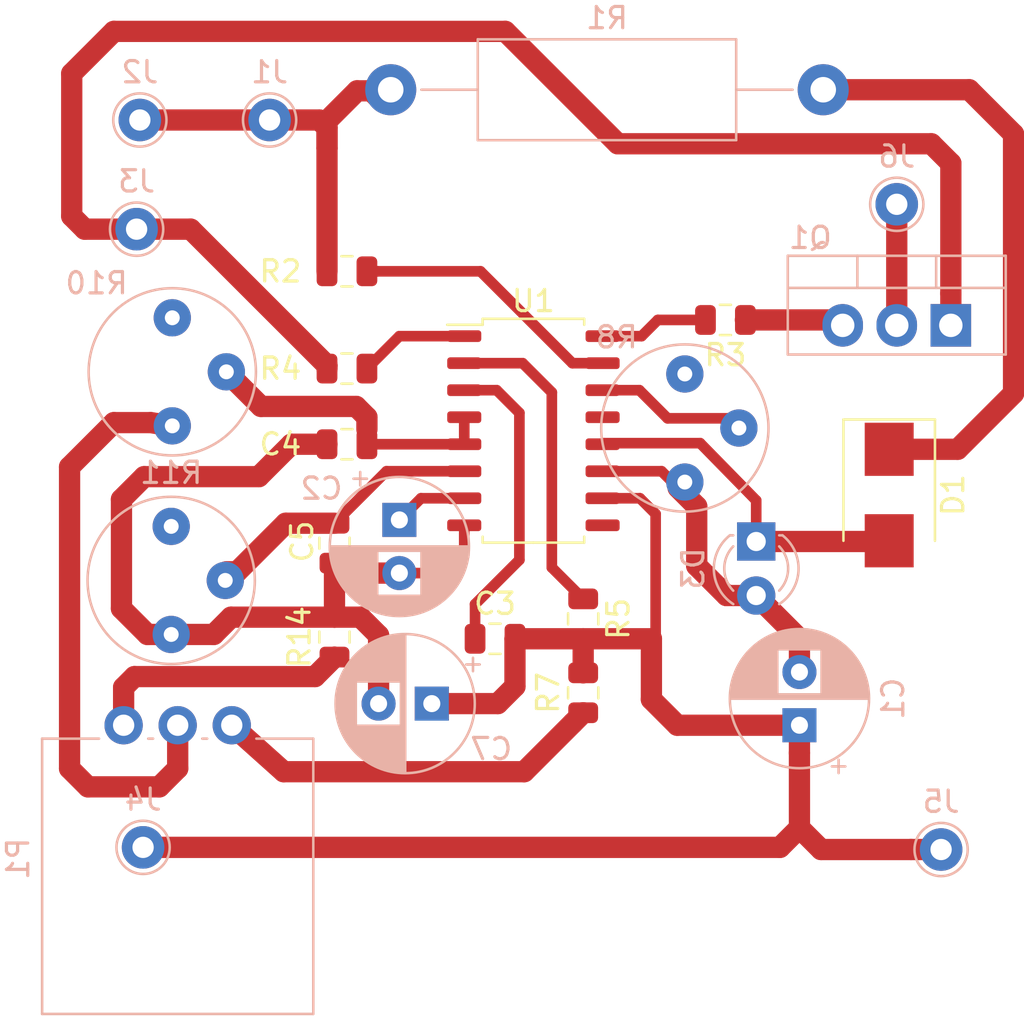
<source format=kicad_pcb>
(kicad_pcb (version 20171130) (host pcbnew 5.1.5-52549c5~86~ubuntu18.04.1)

  (general
    (thickness 1.6)
    (drawings 0)
    (tracks 138)
    (zones 0)
    (modules 27)
    (nets 22)
  )

  (page A4)
  (layers
    (0 F.Cu signal)
    (31 B.Cu signal)
    (32 B.Adhes user hide)
    (33 F.Adhes user hide)
    (34 B.Paste user hide)
    (35 F.Paste user hide)
    (36 B.SilkS user)
    (37 F.SilkS user)
    (38 B.Mask user hide)
    (39 F.Mask user hide)
    (40 Dwgs.User user hide)
    (41 Cmts.User user hide)
    (42 Eco1.User user)
    (43 Eco2.User user hide)
    (44 Edge.Cuts user hide)
    (45 Margin user hide)
    (46 B.CrtYd user hide)
    (47 F.CrtYd user hide)
    (48 B.Fab user hide)
    (49 F.Fab user hide)
  )

  (setup
    (last_trace_width 1)
    (user_trace_width 0.5)
    (user_trace_width 1)
    (trace_clearance 0.2)
    (zone_clearance 0.508)
    (zone_45_only no)
    (trace_min 0.2)
    (via_size 0.8)
    (via_drill 0.4)
    (via_min_size 0.4)
    (via_min_drill 0.3)
    (uvia_size 0.3)
    (uvia_drill 0.1)
    (uvias_allowed no)
    (uvia_min_size 0.2)
    (uvia_min_drill 0.1)
    (edge_width 0.05)
    (segment_width 0.2)
    (pcb_text_width 0.3)
    (pcb_text_size 1.5 1.5)
    (mod_edge_width 0.12)
    (mod_text_size 1 1)
    (mod_text_width 0.15)
    (pad_size 1.524 1.524)
    (pad_drill 0.762)
    (pad_to_mask_clearance 0.051)
    (solder_mask_min_width 0.25)
    (aux_axis_origin 0 0)
    (visible_elements FFFFFF7F)
    (pcbplotparams
      (layerselection 0x010fc_ffffffff)
      (usegerberextensions false)
      (usegerberattributes false)
      (usegerberadvancedattributes false)
      (creategerberjobfile false)
      (excludeedgelayer true)
      (linewidth 0.100000)
      (plotframeref false)
      (viasonmask false)
      (mode 1)
      (useauxorigin false)
      (hpglpennumber 1)
      (hpglpenspeed 20)
      (hpglpendiameter 15.000000)
      (psnegative false)
      (psa4output false)
      (plotreference true)
      (plotvalue true)
      (plotinvisibletext false)
      (padsonsilk false)
      (subtractmaskfromsilk false)
      (outputformat 1)
      (mirror false)
      (drillshape 1)
      (scaleselection 1)
      (outputdirectory ""))
  )

  (net 0 "")
  (net 1 "Net-(C1-Pad2)")
  (net 2 "Net-(C1-Pad1)")
  (net 3 "Net-(C2-Pad2)")
  (net 4 "Net-(C2-Pad1)")
  (net 5 "Net-(C3-Pad1)")
  (net 6 "Net-(C4-Pad2)")
  (net 7 "Net-(C5-Pad2)")
  (net 8 "Net-(D1-Pad2)")
  (net 9 "Net-(D1-Pad1)")
  (net 10 "Net-(J1-Pad1)")
  (net 11 "Net-(J3-Pad1)")
  (net 12 "Net-(J6-Pad1)")
  (net 13 "Net-(P1-Pad1)")
  (net 14 "Net-(P1-Pad2)")
  (net 15 "Net-(P1-Pad3)")
  (net 16 "Net-(Q1-Pad3)")
  (net 17 "Net-(R2-Pad2)")
  (net 18 "Net-(R3-Pad2)")
  (net 19 "Net-(R4-Pad1)")
  (net 20 "Net-(R5-Pad1)")
  (net 21 "Net-(R8-Pad2)")

  (net_class Default "This is the default net class."
    (clearance 0.2)
    (trace_width 0.25)
    (via_dia 0.8)
    (via_drill 0.4)
    (uvia_dia 0.3)
    (uvia_drill 0.1)
    (add_net "Net-(C1-Pad1)")
    (add_net "Net-(C1-Pad2)")
    (add_net "Net-(C2-Pad1)")
    (add_net "Net-(C2-Pad2)")
    (add_net "Net-(C3-Pad1)")
    (add_net "Net-(C4-Pad2)")
    (add_net "Net-(C5-Pad2)")
    (add_net "Net-(D1-Pad1)")
    (add_net "Net-(D1-Pad2)")
    (add_net "Net-(J1-Pad1)")
    (add_net "Net-(J3-Pad1)")
    (add_net "Net-(J6-Pad1)")
    (add_net "Net-(P1-Pad1)")
    (add_net "Net-(P1-Pad2)")
    (add_net "Net-(P1-Pad3)")
    (add_net "Net-(Q1-Pad3)")
    (add_net "Net-(R2-Pad2)")
    (add_net "Net-(R3-Pad2)")
    (add_net "Net-(R4-Pad1)")
    (add_net "Net-(R5-Pad1)")
    (add_net "Net-(R8-Pad2)")
  )

  (module Potentiometer_THT:Potentiometer_Bourns_3339P_Vertical_HandSoldering (layer B.Cu) (tedit 5BCDF3D1) (tstamp 5EA3513E)
    (at 122.8852 117.6528 180)
    (descr "Potentiometer, vertical, Bourns 3339P, hand-soldering, http://www.bourns.com/docs/Product-Datasheets/3339.pdf")
    (tags "Potentiometer vertical Bourns 3339P hand-soldering")
    (path /5EAA966E)
    (fp_text reference R11 (at 0 7.6) (layer B.SilkS)
      (effects (font (size 1 1) (thickness 0.15)) (justify mirror))
    )
    (fp_text value 1M (at 0 -2.52) (layer B.Fab)
      (effects (font (size 1 1) (thickness 0.15)) (justify mirror))
    )
    (fp_text user %R (at -3.018 2.54 270) (layer B.Fab)
      (effects (font (size 0.66 0.66) (thickness 0.15)) (justify mirror))
    )
    (fp_line (start 4.1 6.6) (end -4.1 6.6) (layer B.CrtYd) (width 0.05))
    (fp_line (start 4.1 -1.55) (end 4.1 6.6) (layer B.CrtYd) (width 0.05))
    (fp_line (start -4.1 -1.55) (end 4.1 -1.55) (layer B.CrtYd) (width 0.05))
    (fp_line (start -4.1 6.6) (end -4.1 -1.55) (layer B.CrtYd) (width 0.05))
    (fp_line (start 0 0.064) (end 0.001 5.014) (layer B.Fab) (width 0.1))
    (fp_line (start 0 0.064) (end 0.001 5.014) (layer B.Fab) (width 0.1))
    (fp_circle (center 0 2.54) (end 3.93 2.54) (layer B.SilkS) (width 0.12))
    (fp_circle (center 0 2.54) (end 2.5 2.54) (layer B.Fab) (width 0.1))
    (fp_circle (center 0 2.54) (end 3.81 2.54) (layer B.Fab) (width 0.1))
    (pad 1 thru_hole circle (at 0 0 180) (size 1.75 1.75) (drill 0.7) (layers *.Cu *.Mask)
      (net 3 "Net-(C2-Pad2)"))
    (pad 2 thru_hole circle (at -2.54 2.54 180) (size 1.75 1.75) (drill 0.7) (layers *.Cu *.Mask)
      (net 7 "Net-(C5-Pad2)"))
    (pad 3 thru_hole circle (at 0 5.08 180) (size 1.75 1.75) (drill 0.7) (layers *.Cu *.Mask))
    (model ${KISYS3DMOD}/Potentiometer_THT.3dshapes/Potentiometer_Bourns_3339P_Vertical.wrl
      (at (xyz 0 0 0))
      (scale (xyz 1 1 1))
      (rotate (xyz 0 0 0))
    )
  )

  (module Potentiometer_THT:Potentiometer_Bourns_3339P_Vertical_HandSoldering (layer B.Cu) (tedit 5BCDF3D1) (tstamp 5EA3512D)
    (at 122.936 107.8484 180)
    (descr "Potentiometer, vertical, Bourns 3339P, hand-soldering, http://www.bourns.com/docs/Product-Datasheets/3339.pdf")
    (tags "Potentiometer vertical Bourns 3339P hand-soldering")
    (path /5EA62EB1)
    (fp_text reference R10 (at 3.556 6.7056) (layer B.SilkS)
      (effects (font (size 1 1) (thickness 0.15)) (justify mirror))
    )
    (fp_text value 100k (at 0 -2.52) (layer B.Fab)
      (effects (font (size 1 1) (thickness 0.15)) (justify mirror))
    )
    (fp_text user %R (at -3.018 2.54 270) (layer B.Fab)
      (effects (font (size 0.66 0.66) (thickness 0.15)) (justify mirror))
    )
    (fp_line (start 4.1 6.6) (end -4.1 6.6) (layer B.CrtYd) (width 0.05))
    (fp_line (start 4.1 -1.55) (end 4.1 6.6) (layer B.CrtYd) (width 0.05))
    (fp_line (start -4.1 -1.55) (end 4.1 -1.55) (layer B.CrtYd) (width 0.05))
    (fp_line (start -4.1 6.6) (end -4.1 -1.55) (layer B.CrtYd) (width 0.05))
    (fp_line (start 0 0.064) (end 0.001 5.014) (layer B.Fab) (width 0.1))
    (fp_line (start 0 0.064) (end 0.001 5.014) (layer B.Fab) (width 0.1))
    (fp_circle (center 0 2.54) (end 3.93 2.54) (layer B.SilkS) (width 0.12))
    (fp_circle (center 0 2.54) (end 2.5 2.54) (layer B.Fab) (width 0.1))
    (fp_circle (center 0 2.54) (end 3.81 2.54) (layer B.Fab) (width 0.1))
    (pad 1 thru_hole circle (at 0 0 180) (size 1.75 1.75) (drill 0.7) (layers *.Cu *.Mask)
      (net 14 "Net-(P1-Pad2)"))
    (pad 2 thru_hole circle (at -2.54 2.54 180) (size 1.75 1.75) (drill 0.7) (layers *.Cu *.Mask)
      (net 6 "Net-(C4-Pad2)"))
    (pad 3 thru_hole circle (at 0 5.08 180) (size 1.75 1.75) (drill 0.7) (layers *.Cu *.Mask))
    (model ${KISYS3DMOD}/Potentiometer_THT.3dshapes/Potentiometer_Bourns_3339P_Vertical.wrl
      (at (xyz 0 0 0))
      (scale (xyz 1 1 1))
      (rotate (xyz 0 0 0))
    )
  )

  (module Potentiometer_THT:Potentiometer_Bourns_3339P_Vertical_HandSoldering (layer B.Cu) (tedit 5BCDF3D1) (tstamp 5EA3511C)
    (at 147.0152 110.49 180)
    (descr "Potentiometer, vertical, Bourns 3339P, hand-soldering, http://www.bourns.com/docs/Product-Datasheets/3339.pdf")
    (tags "Potentiometer vertical Bourns 3339P hand-soldering")
    (path /5EA41918)
    (fp_text reference R8 (at 3.2004 6.8072) (layer B.SilkS)
      (effects (font (size 1 1) (thickness 0.15)) (justify mirror))
    )
    (fp_text value 470k (at 0 -2.52) (layer B.Fab)
      (effects (font (size 1 1) (thickness 0.15)) (justify mirror))
    )
    (fp_text user %R (at -3.018 2.54 270) (layer B.Fab)
      (effects (font (size 0.66 0.66) (thickness 0.15)) (justify mirror))
    )
    (fp_line (start 4.1 6.6) (end -4.1 6.6) (layer B.CrtYd) (width 0.05))
    (fp_line (start 4.1 -1.55) (end 4.1 6.6) (layer B.CrtYd) (width 0.05))
    (fp_line (start -4.1 -1.55) (end 4.1 -1.55) (layer B.CrtYd) (width 0.05))
    (fp_line (start -4.1 6.6) (end -4.1 -1.55) (layer B.CrtYd) (width 0.05))
    (fp_line (start 0 0.064) (end 0.001 5.014) (layer B.Fab) (width 0.1))
    (fp_line (start 0 0.064) (end 0.001 5.014) (layer B.Fab) (width 0.1))
    (fp_circle (center 0 2.54) (end 3.93 2.54) (layer B.SilkS) (width 0.12))
    (fp_circle (center 0 2.54) (end 2.5 2.54) (layer B.Fab) (width 0.1))
    (fp_circle (center 0 2.54) (end 3.81 2.54) (layer B.Fab) (width 0.1))
    (pad 1 thru_hole circle (at 0 0 180) (size 1.75 1.75) (drill 0.7) (layers *.Cu *.Mask)
      (net 1 "Net-(C1-Pad2)"))
    (pad 2 thru_hole circle (at -2.54 2.54 180) (size 1.75 1.75) (drill 0.7) (layers *.Cu *.Mask)
      (net 21 "Net-(R8-Pad2)"))
    (pad 3 thru_hole circle (at 0 5.08 180) (size 1.75 1.75) (drill 0.7) (layers *.Cu *.Mask))
    (model ${KISYS3DMOD}/Potentiometer_THT.3dshapes/Potentiometer_Bourns_3339P_Vertical.wrl
      (at (xyz 0 0 0))
      (scale (xyz 1 1 1))
      (rotate (xyz 0 0 0))
    )
  )

  (module Package_SO:SOIC-16_4.55x10.3mm_P1.27mm (layer F.Cu) (tedit 5D9F72B1) (tstamp 5EA35176)
    (at 139.902 108.077)
    (descr "SOIC, 16 Pin (https://toshiba.semicon-storage.com/info/docget.jsp?did=12858&prodName=TLP291-4), generated with kicad-footprint-generator ipc_gullwing_generator.py")
    (tags "SOIC SO")
    (path /5EA2D021)
    (attr smd)
    (fp_text reference U1 (at 0 -6.1) (layer F.SilkS)
      (effects (font (size 1 1) (thickness 0.15)))
    )
    (fp_text value U2010B (at 0 6.1) (layer F.Fab)
      (effects (font (size 1 1) (thickness 0.15)))
    )
    (fp_text user %R (at 0 0) (layer F.Fab)
      (effects (font (size 1 1) (thickness 0.15)))
    )
    (fp_line (start 4.3 -5.4) (end -4.3 -5.4) (layer F.CrtYd) (width 0.05))
    (fp_line (start 4.3 5.4) (end 4.3 -5.4) (layer F.CrtYd) (width 0.05))
    (fp_line (start -4.3 5.4) (end 4.3 5.4) (layer F.CrtYd) (width 0.05))
    (fp_line (start -4.3 -5.4) (end -4.3 5.4) (layer F.CrtYd) (width 0.05))
    (fp_line (start -2.275 -4.15) (end -1.275 -5.15) (layer F.Fab) (width 0.1))
    (fp_line (start -2.275 5.15) (end -2.275 -4.15) (layer F.Fab) (width 0.1))
    (fp_line (start 2.275 5.15) (end -2.275 5.15) (layer F.Fab) (width 0.1))
    (fp_line (start 2.275 -5.15) (end 2.275 5.15) (layer F.Fab) (width 0.1))
    (fp_line (start -1.275 -5.15) (end 2.275 -5.15) (layer F.Fab) (width 0.1))
    (fp_line (start -2.385 -4.98) (end -4.05 -4.98) (layer F.SilkS) (width 0.12))
    (fp_line (start -2.385 -5.26) (end -2.385 -4.98) (layer F.SilkS) (width 0.12))
    (fp_line (start 0 -5.26) (end -2.385 -5.26) (layer F.SilkS) (width 0.12))
    (fp_line (start 2.385 -5.26) (end 2.385 -4.98) (layer F.SilkS) (width 0.12))
    (fp_line (start 0 -5.26) (end 2.385 -5.26) (layer F.SilkS) (width 0.12))
    (fp_line (start -2.385 5.26) (end -2.385 4.98) (layer F.SilkS) (width 0.12))
    (fp_line (start 0 5.26) (end -2.385 5.26) (layer F.SilkS) (width 0.12))
    (fp_line (start 2.385 5.26) (end 2.385 4.98) (layer F.SilkS) (width 0.12))
    (fp_line (start 0 5.26) (end 2.385 5.26) (layer F.SilkS) (width 0.12))
    (pad 16 smd roundrect (at 3.25 -4.445) (size 1.6 0.55) (layers F.Cu F.Paste F.Mask) (roundrect_rratio 0.25)
      (net 18 "Net-(R3-Pad2)"))
    (pad 15 smd roundrect (at 3.25 -3.175) (size 1.6 0.55) (layers F.Cu F.Paste F.Mask) (roundrect_rratio 0.25)
      (net 17 "Net-(R2-Pad2)"))
    (pad 14 smd roundrect (at 3.25 -1.905) (size 1.6 0.55) (layers F.Cu F.Paste F.Mask) (roundrect_rratio 0.25)
      (net 21 "Net-(R8-Pad2)"))
    (pad 13 smd roundrect (at 3.25 -0.635) (size 1.6 0.55) (layers F.Cu F.Paste F.Mask) (roundrect_rratio 0.25))
    (pad 12 smd roundrect (at 3.25 0.635) (size 1.6 0.55) (layers F.Cu F.Paste F.Mask) (roundrect_rratio 0.25)
      (net 8 "Net-(D1-Pad2)"))
    (pad 11 smd roundrect (at 3.25 1.905) (size 1.6 0.55) (layers F.Cu F.Paste F.Mask) (roundrect_rratio 0.25)
      (net 1 "Net-(C1-Pad2)"))
    (pad 10 smd roundrect (at 3.25 3.175) (size 1.6 0.55) (layers F.Cu F.Paste F.Mask) (roundrect_rratio 0.25)
      (net 2 "Net-(C1-Pad1)"))
    (pad 9 smd roundrect (at 3.25 4.445) (size 1.6 0.55) (layers F.Cu F.Paste F.Mask) (roundrect_rratio 0.25))
    (pad 8 smd roundrect (at -3.25 4.445) (size 1.6 0.55) (layers F.Cu F.Paste F.Mask) (roundrect_rratio 0.25)
      (net 3 "Net-(C2-Pad2)"))
    (pad 7 smd roundrect (at -3.25 3.175) (size 1.6 0.55) (layers F.Cu F.Paste F.Mask) (roundrect_rratio 0.25)
      (net 4 "Net-(C2-Pad1)"))
    (pad 6 smd roundrect (at -3.25 1.905) (size 1.6 0.55) (layers F.Cu F.Paste F.Mask) (roundrect_rratio 0.25)
      (net 7 "Net-(C5-Pad2)"))
    (pad 5 smd roundrect (at -3.25 0.635) (size 1.6 0.55) (layers F.Cu F.Paste F.Mask) (roundrect_rratio 0.25)
      (net 6 "Net-(C4-Pad2)"))
    (pad 4 smd roundrect (at -3.25 -0.635) (size 1.6 0.55) (layers F.Cu F.Paste F.Mask) (roundrect_rratio 0.25)
      (net 6 "Net-(C4-Pad2)"))
    (pad 3 smd roundrect (at -3.25 -1.905) (size 1.6 0.55) (layers F.Cu F.Paste F.Mask) (roundrect_rratio 0.25)
      (net 5 "Net-(C3-Pad1)"))
    (pad 2 smd roundrect (at -3.25 -3.175) (size 1.6 0.55) (layers F.Cu F.Paste F.Mask) (roundrect_rratio 0.25)
      (net 20 "Net-(R5-Pad1)"))
    (pad 1 smd roundrect (at -3.25 -4.445) (size 1.6 0.55) (layers F.Cu F.Paste F.Mask) (roundrect_rratio 0.25)
      (net 19 "Net-(R4-Pad1)"))
    (model ${KISYS3DMOD}/Package_SO.3dshapes/SOIC-16_4.55x10.3mm_P1.27mm.wrl
      (at (xyz 0 0 0))
      (scale (xyz 1 1 1))
      (rotate (xyz 0 0 0))
    )
  )

  (module Resistor_SMD:R_0805_2012Metric (layer F.Cu) (tedit 5B36C52B) (tstamp 5EA3514F)
    (at 130.556 117.7775 90)
    (descr "Resistor SMD 0805 (2012 Metric), square (rectangular) end terminal, IPC_7351 nominal, (Body size source: https://docs.google.com/spreadsheets/d/1BsfQQcO9C6DZCsRaXUlFlo91Tg2WpOkGARC1WS5S8t0/edit?usp=sharing), generated with kicad-footprint-generator")
    (tags resistor)
    (path /5EA6CAB5)
    (attr smd)
    (fp_text reference R14 (at 0 -1.65 90) (layer F.SilkS)
      (effects (font (size 1 1) (thickness 0.15)))
    )
    (fp_text value R (at 0 1.65 90) (layer F.Fab)
      (effects (font (size 1 1) (thickness 0.15)))
    )
    (fp_text user %R (at 0 0 90) (layer F.Fab)
      (effects (font (size 0.5 0.5) (thickness 0.08)))
    )
    (fp_line (start 1.68 0.95) (end -1.68 0.95) (layer F.CrtYd) (width 0.05))
    (fp_line (start 1.68 -0.95) (end 1.68 0.95) (layer F.CrtYd) (width 0.05))
    (fp_line (start -1.68 -0.95) (end 1.68 -0.95) (layer F.CrtYd) (width 0.05))
    (fp_line (start -1.68 0.95) (end -1.68 -0.95) (layer F.CrtYd) (width 0.05))
    (fp_line (start -0.258578 0.71) (end 0.258578 0.71) (layer F.SilkS) (width 0.12))
    (fp_line (start -0.258578 -0.71) (end 0.258578 -0.71) (layer F.SilkS) (width 0.12))
    (fp_line (start 1 0.6) (end -1 0.6) (layer F.Fab) (width 0.1))
    (fp_line (start 1 -0.6) (end 1 0.6) (layer F.Fab) (width 0.1))
    (fp_line (start -1 -0.6) (end 1 -0.6) (layer F.Fab) (width 0.1))
    (fp_line (start -1 0.6) (end -1 -0.6) (layer F.Fab) (width 0.1))
    (pad 2 smd roundrect (at 0.9375 0 90) (size 0.975 1.4) (layers F.Cu F.Paste F.Mask) (roundrect_rratio 0.25)
      (net 3 "Net-(C2-Pad2)"))
    (pad 1 smd roundrect (at -0.9375 0 90) (size 0.975 1.4) (layers F.Cu F.Paste F.Mask) (roundrect_rratio 0.25)
      (net 15 "Net-(P1-Pad3)"))
    (model ${KISYS3DMOD}/Resistor_SMD.3dshapes/R_0805_2012Metric.wrl
      (at (xyz 0 0 0))
      (scale (xyz 1 1 1))
      (rotate (xyz 0 0 0))
    )
  )

  (module Resistor_SMD:R_0805_2012Metric (layer F.Cu) (tedit 5B36C52B) (tstamp 5EA3510B)
    (at 142.24 120.396 90)
    (descr "Resistor SMD 0805 (2012 Metric), square (rectangular) end terminal, IPC_7351 nominal, (Body size source: https://docs.google.com/spreadsheets/d/1BsfQQcO9C6DZCsRaXUlFlo91Tg2WpOkGARC1WS5S8t0/edit?usp=sharing), generated with kicad-footprint-generator")
    (tags resistor)
    (path /5EA6B729)
    (attr smd)
    (fp_text reference R7 (at 0 -1.65 90) (layer F.SilkS)
      (effects (font (size 1 1) (thickness 0.15)))
    )
    (fp_text value R (at 0 1.65 90) (layer F.Fab)
      (effects (font (size 1 1) (thickness 0.15)))
    )
    (fp_text user %R (at 0 0 90) (layer F.Fab)
      (effects (font (size 0.5 0.5) (thickness 0.08)))
    )
    (fp_line (start 1.68 0.95) (end -1.68 0.95) (layer F.CrtYd) (width 0.05))
    (fp_line (start 1.68 -0.95) (end 1.68 0.95) (layer F.CrtYd) (width 0.05))
    (fp_line (start -1.68 -0.95) (end 1.68 -0.95) (layer F.CrtYd) (width 0.05))
    (fp_line (start -1.68 0.95) (end -1.68 -0.95) (layer F.CrtYd) (width 0.05))
    (fp_line (start -0.258578 0.71) (end 0.258578 0.71) (layer F.SilkS) (width 0.12))
    (fp_line (start -0.258578 -0.71) (end 0.258578 -0.71) (layer F.SilkS) (width 0.12))
    (fp_line (start 1 0.6) (end -1 0.6) (layer F.Fab) (width 0.1))
    (fp_line (start 1 -0.6) (end 1 0.6) (layer F.Fab) (width 0.1))
    (fp_line (start -1 -0.6) (end 1 -0.6) (layer F.Fab) (width 0.1))
    (fp_line (start -1 0.6) (end -1 -0.6) (layer F.Fab) (width 0.1))
    (pad 2 smd roundrect (at 0.9375 0 90) (size 0.975 1.4) (layers F.Cu F.Paste F.Mask) (roundrect_rratio 0.25)
      (net 2 "Net-(C1-Pad1)"))
    (pad 1 smd roundrect (at -0.9375 0 90) (size 0.975 1.4) (layers F.Cu F.Paste F.Mask) (roundrect_rratio 0.25)
      (net 13 "Net-(P1-Pad1)"))
    (model ${KISYS3DMOD}/Resistor_SMD.3dshapes/R_0805_2012Metric.wrl
      (at (xyz 0 0 0))
      (scale (xyz 1 1 1))
      (rotate (xyz 0 0 0))
    )
  )

  (module Resistor_SMD:R_0805_2012Metric (layer F.Cu) (tedit 5B36C52B) (tstamp 5EA350FA)
    (at 142.24 116.9185 270)
    (descr "Resistor SMD 0805 (2012 Metric), square (rectangular) end terminal, IPC_7351 nominal, (Body size source: https://docs.google.com/spreadsheets/d/1BsfQQcO9C6DZCsRaXUlFlo91Tg2WpOkGARC1WS5S8t0/edit?usp=sharing), generated with kicad-footprint-generator")
    (tags resistor)
    (path /5EA2E8C3)
    (attr smd)
    (fp_text reference R5 (at 0 -1.65 90) (layer F.SilkS)
      (effects (font (size 1 1) (thickness 0.15)))
    )
    (fp_text value 3.3k (at 0 1.65 90) (layer F.Fab)
      (effects (font (size 1 1) (thickness 0.15)))
    )
    (fp_text user %R (at 0 0 90) (layer F.Fab)
      (effects (font (size 0.5 0.5) (thickness 0.08)))
    )
    (fp_line (start 1.68 0.95) (end -1.68 0.95) (layer F.CrtYd) (width 0.05))
    (fp_line (start 1.68 -0.95) (end 1.68 0.95) (layer F.CrtYd) (width 0.05))
    (fp_line (start -1.68 -0.95) (end 1.68 -0.95) (layer F.CrtYd) (width 0.05))
    (fp_line (start -1.68 0.95) (end -1.68 -0.95) (layer F.CrtYd) (width 0.05))
    (fp_line (start -0.258578 0.71) (end 0.258578 0.71) (layer F.SilkS) (width 0.12))
    (fp_line (start -0.258578 -0.71) (end 0.258578 -0.71) (layer F.SilkS) (width 0.12))
    (fp_line (start 1 0.6) (end -1 0.6) (layer F.Fab) (width 0.1))
    (fp_line (start 1 -0.6) (end 1 0.6) (layer F.Fab) (width 0.1))
    (fp_line (start -1 -0.6) (end 1 -0.6) (layer F.Fab) (width 0.1))
    (fp_line (start -1 0.6) (end -1 -0.6) (layer F.Fab) (width 0.1))
    (pad 2 smd roundrect (at 0.9375 0 270) (size 0.975 1.4) (layers F.Cu F.Paste F.Mask) (roundrect_rratio 0.25)
      (net 2 "Net-(C1-Pad1)"))
    (pad 1 smd roundrect (at -0.9375 0 270) (size 0.975 1.4) (layers F.Cu F.Paste F.Mask) (roundrect_rratio 0.25)
      (net 20 "Net-(R5-Pad1)"))
    (model ${KISYS3DMOD}/Resistor_SMD.3dshapes/R_0805_2012Metric.wrl
      (at (xyz 0 0 0))
      (scale (xyz 1 1 1))
      (rotate (xyz 0 0 0))
    )
  )

  (module Resistor_SMD:R_0805_2012Metric (layer F.Cu) (tedit 5B36C52B) (tstamp 5EA35D0A)
    (at 131.1425 105.156 180)
    (descr "Resistor SMD 0805 (2012 Metric), square (rectangular) end terminal, IPC_7351 nominal, (Body size source: https://docs.google.com/spreadsheets/d/1BsfQQcO9C6DZCsRaXUlFlo91Tg2WpOkGARC1WS5S8t0/edit?usp=sharing), generated with kicad-footprint-generator")
    (tags resistor)
    (path /5EA2DE5D)
    (attr smd)
    (fp_text reference R4 (at 3.1265 0) (layer F.SilkS)
      (effects (font (size 1 1) (thickness 0.15)))
    )
    (fp_text value 3.3k (at 0 1.65) (layer F.Fab)
      (effects (font (size 1 1) (thickness 0.15)))
    )
    (fp_text user %R (at 0 0) (layer F.Fab)
      (effects (font (size 0.5 0.5) (thickness 0.08)))
    )
    (fp_line (start 1.68 0.95) (end -1.68 0.95) (layer F.CrtYd) (width 0.05))
    (fp_line (start 1.68 -0.95) (end 1.68 0.95) (layer F.CrtYd) (width 0.05))
    (fp_line (start -1.68 -0.95) (end 1.68 -0.95) (layer F.CrtYd) (width 0.05))
    (fp_line (start -1.68 0.95) (end -1.68 -0.95) (layer F.CrtYd) (width 0.05))
    (fp_line (start -0.258578 0.71) (end 0.258578 0.71) (layer F.SilkS) (width 0.12))
    (fp_line (start -0.258578 -0.71) (end 0.258578 -0.71) (layer F.SilkS) (width 0.12))
    (fp_line (start 1 0.6) (end -1 0.6) (layer F.Fab) (width 0.1))
    (fp_line (start 1 -0.6) (end 1 0.6) (layer F.Fab) (width 0.1))
    (fp_line (start -1 -0.6) (end 1 -0.6) (layer F.Fab) (width 0.1))
    (fp_line (start -1 0.6) (end -1 -0.6) (layer F.Fab) (width 0.1))
    (pad 2 smd roundrect (at 0.9375 0 180) (size 0.975 1.4) (layers F.Cu F.Paste F.Mask) (roundrect_rratio 0.25)
      (net 11 "Net-(J3-Pad1)"))
    (pad 1 smd roundrect (at -0.9375 0 180) (size 0.975 1.4) (layers F.Cu F.Paste F.Mask) (roundrect_rratio 0.25)
      (net 19 "Net-(R4-Pad1)"))
    (model ${KISYS3DMOD}/Resistor_SMD.3dshapes/R_0805_2012Metric.wrl
      (at (xyz 0 0 0))
      (scale (xyz 1 1 1))
      (rotate (xyz 0 0 0))
    )
  )

  (module Resistor_SMD:R_0805_2012Metric (layer F.Cu) (tedit 5B36C52B) (tstamp 5EA350D8)
    (at 148.9225 102.87 180)
    (descr "Resistor SMD 0805 (2012 Metric), square (rectangular) end terminal, IPC_7351 nominal, (Body size source: https://docs.google.com/spreadsheets/d/1BsfQQcO9C6DZCsRaXUlFlo91Tg2WpOkGARC1WS5S8t0/edit?usp=sharing), generated with kicad-footprint-generator")
    (tags resistor)
    (path /5EA5A82E)
    (attr smd)
    (fp_text reference R3 (at 0 -1.65) (layer F.SilkS)
      (effects (font (size 1 1) (thickness 0.15)))
    )
    (fp_text value 180 (at 0 1.65) (layer F.Fab)
      (effects (font (size 1 1) (thickness 0.15)))
    )
    (fp_text user %R (at 0 0) (layer F.Fab)
      (effects (font (size 0.5 0.5) (thickness 0.08)))
    )
    (fp_line (start 1.68 0.95) (end -1.68 0.95) (layer F.CrtYd) (width 0.05))
    (fp_line (start 1.68 -0.95) (end 1.68 0.95) (layer F.CrtYd) (width 0.05))
    (fp_line (start -1.68 -0.95) (end 1.68 -0.95) (layer F.CrtYd) (width 0.05))
    (fp_line (start -1.68 0.95) (end -1.68 -0.95) (layer F.CrtYd) (width 0.05))
    (fp_line (start -0.258578 0.71) (end 0.258578 0.71) (layer F.SilkS) (width 0.12))
    (fp_line (start -0.258578 -0.71) (end 0.258578 -0.71) (layer F.SilkS) (width 0.12))
    (fp_line (start 1 0.6) (end -1 0.6) (layer F.Fab) (width 0.1))
    (fp_line (start 1 -0.6) (end 1 0.6) (layer F.Fab) (width 0.1))
    (fp_line (start -1 -0.6) (end 1 -0.6) (layer F.Fab) (width 0.1))
    (fp_line (start -1 0.6) (end -1 -0.6) (layer F.Fab) (width 0.1))
    (pad 2 smd roundrect (at 0.9375 0 180) (size 0.975 1.4) (layers F.Cu F.Paste F.Mask) (roundrect_rratio 0.25)
      (net 18 "Net-(R3-Pad2)"))
    (pad 1 smd roundrect (at -0.9375 0 180) (size 0.975 1.4) (layers F.Cu F.Paste F.Mask) (roundrect_rratio 0.25)
      (net 16 "Net-(Q1-Pad3)"))
    (model ${KISYS3DMOD}/Resistor_SMD.3dshapes/R_0805_2012Metric.wrl
      (at (xyz 0 0 0))
      (scale (xyz 1 1 1))
      (rotate (xyz 0 0 0))
    )
  )

  (module Resistor_SMD:R_0805_2012Metric (layer F.Cu) (tedit 5B36C52B) (tstamp 5EA35EC2)
    (at 131.1425 100.584)
    (descr "Resistor SMD 0805 (2012 Metric), square (rectangular) end terminal, IPC_7351 nominal, (Body size source: https://docs.google.com/spreadsheets/d/1BsfQQcO9C6DZCsRaXUlFlo91Tg2WpOkGARC1WS5S8t0/edit?usp=sharing), generated with kicad-footprint-generator")
    (tags resistor)
    (path /5EA37CF0)
    (attr smd)
    (fp_text reference R2 (at -3.1265 0) (layer F.SilkS)
      (effects (font (size 1 1) (thickness 0.15)))
    )
    (fp_text value 330k (at 0 1.65) (layer F.Fab)
      (effects (font (size 1 1) (thickness 0.15)))
    )
    (fp_text user %R (at 0 0) (layer F.Fab)
      (effects (font (size 0.5 0.5) (thickness 0.08)))
    )
    (fp_line (start 1.68 0.95) (end -1.68 0.95) (layer F.CrtYd) (width 0.05))
    (fp_line (start 1.68 -0.95) (end 1.68 0.95) (layer F.CrtYd) (width 0.05))
    (fp_line (start -1.68 -0.95) (end 1.68 -0.95) (layer F.CrtYd) (width 0.05))
    (fp_line (start -1.68 0.95) (end -1.68 -0.95) (layer F.CrtYd) (width 0.05))
    (fp_line (start -0.258578 0.71) (end 0.258578 0.71) (layer F.SilkS) (width 0.12))
    (fp_line (start -0.258578 -0.71) (end 0.258578 -0.71) (layer F.SilkS) (width 0.12))
    (fp_line (start 1 0.6) (end -1 0.6) (layer F.Fab) (width 0.1))
    (fp_line (start 1 -0.6) (end 1 0.6) (layer F.Fab) (width 0.1))
    (fp_line (start -1 -0.6) (end 1 -0.6) (layer F.Fab) (width 0.1))
    (fp_line (start -1 0.6) (end -1 -0.6) (layer F.Fab) (width 0.1))
    (pad 2 smd roundrect (at 0.9375 0) (size 0.975 1.4) (layers F.Cu F.Paste F.Mask) (roundrect_rratio 0.25)
      (net 17 "Net-(R2-Pad2)"))
    (pad 1 smd roundrect (at -0.9375 0) (size 0.975 1.4) (layers F.Cu F.Paste F.Mask) (roundrect_rratio 0.25)
      (net 10 "Net-(J1-Pad1)"))
    (model ${KISYS3DMOD}/Resistor_SMD.3dshapes/R_0805_2012Metric.wrl
      (at (xyz 0 0 0))
      (scale (xyz 1 1 1))
      (rotate (xyz 0 0 0))
    )
  )

  (module Resistor_THT:R_Axial_DIN0414_L11.9mm_D4.5mm_P20.32mm_Horizontal (layer B.Cu) (tedit 5AE5139B) (tstamp 5EA350B6)
    (at 153.5176 92.0496 180)
    (descr "Resistor, Axial_DIN0414 series, Axial, Horizontal, pin pitch=20.32mm, 2W, length*diameter=11.9*4.5mm^2, http://www.vishay.com/docs/20128/wkxwrx.pdf")
    (tags "Resistor Axial_DIN0414 series Axial Horizontal pin pitch 20.32mm 2W length 11.9mm diameter 4.5mm")
    (path /5EA3A93D)
    (fp_text reference R1 (at 10.16 3.37) (layer B.SilkS)
      (effects (font (size 1 1) (thickness 0.15)) (justify mirror))
    )
    (fp_text value 18k/2W (at 10.16 -3.37) (layer B.Fab)
      (effects (font (size 1 1) (thickness 0.15)) (justify mirror))
    )
    (fp_text user %R (at 10.16 0) (layer B.Fab)
      (effects (font (size 1 1) (thickness 0.15)) (justify mirror))
    )
    (fp_line (start 21.77 2.5) (end -1.45 2.5) (layer B.CrtYd) (width 0.05))
    (fp_line (start 21.77 -2.5) (end 21.77 2.5) (layer B.CrtYd) (width 0.05))
    (fp_line (start -1.45 -2.5) (end 21.77 -2.5) (layer B.CrtYd) (width 0.05))
    (fp_line (start -1.45 2.5) (end -1.45 -2.5) (layer B.CrtYd) (width 0.05))
    (fp_line (start 18.88 0) (end 16.23 0) (layer B.SilkS) (width 0.12))
    (fp_line (start 1.44 0) (end 4.09 0) (layer B.SilkS) (width 0.12))
    (fp_line (start 16.23 2.37) (end 4.09 2.37) (layer B.SilkS) (width 0.12))
    (fp_line (start 16.23 -2.37) (end 16.23 2.37) (layer B.SilkS) (width 0.12))
    (fp_line (start 4.09 -2.37) (end 16.23 -2.37) (layer B.SilkS) (width 0.12))
    (fp_line (start 4.09 2.37) (end 4.09 -2.37) (layer B.SilkS) (width 0.12))
    (fp_line (start 20.32 0) (end 16.11 0) (layer B.Fab) (width 0.1))
    (fp_line (start 0 0) (end 4.21 0) (layer B.Fab) (width 0.1))
    (fp_line (start 16.11 2.25) (end 4.21 2.25) (layer B.Fab) (width 0.1))
    (fp_line (start 16.11 -2.25) (end 16.11 2.25) (layer B.Fab) (width 0.1))
    (fp_line (start 4.21 -2.25) (end 16.11 -2.25) (layer B.Fab) (width 0.1))
    (fp_line (start 4.21 2.25) (end 4.21 -2.25) (layer B.Fab) (width 0.1))
    (pad 2 thru_hole oval (at 20.32 0 180) (size 2.4 2.4) (drill 1.2) (layers *.Cu *.Mask)
      (net 10 "Net-(J1-Pad1)"))
    (pad 1 thru_hole circle (at 0 0 180) (size 2.4 2.4) (drill 1.2) (layers *.Cu *.Mask)
      (net 9 "Net-(D1-Pad1)"))
    (model ${KISYS3DMOD}/Resistor_THT.3dshapes/R_Axial_DIN0414_L11.9mm_D4.5mm_P20.32mm_Horizontal.wrl
      (at (xyz 0 0 0))
      (scale (xyz 1 1 1))
      (rotate (xyz 0 0 0))
    )
  )

  (module Package_TO_SOT_THT:TO-220-3_Vertical (layer B.Cu) (tedit 5AC8BA0D) (tstamp 5EA3509F)
    (at 159.512 103.124 180)
    (descr "TO-220-3, Vertical, RM 2.54mm, see https://www.vishay.com/docs/66542/to-220-1.pdf")
    (tags "TO-220-3 Vertical RM 2.54mm")
    (path /5EA58454)
    (fp_text reference Q1 (at 6.604 4.1148) (layer B.SilkS)
      (effects (font (size 1 1) (thickness 0.15)) (justify mirror))
    )
    (fp_text value BT136-600 (at 2.54 -2.5) (layer B.Fab)
      (effects (font (size 1 1) (thickness 0.15)) (justify mirror))
    )
    (fp_text user %R (at 2.54 4.27) (layer B.Fab)
      (effects (font (size 1 1) (thickness 0.15)) (justify mirror))
    )
    (fp_line (start 7.79 3.4) (end -2.71 3.4) (layer B.CrtYd) (width 0.05))
    (fp_line (start 7.79 -1.51) (end 7.79 3.4) (layer B.CrtYd) (width 0.05))
    (fp_line (start -2.71 -1.51) (end 7.79 -1.51) (layer B.CrtYd) (width 0.05))
    (fp_line (start -2.71 3.4) (end -2.71 -1.51) (layer B.CrtYd) (width 0.05))
    (fp_line (start 4.391 3.27) (end 4.391 1.76) (layer B.SilkS) (width 0.12))
    (fp_line (start 0.69 3.27) (end 0.69 1.76) (layer B.SilkS) (width 0.12))
    (fp_line (start -2.58 1.76) (end 7.66 1.76) (layer B.SilkS) (width 0.12))
    (fp_line (start 7.66 3.27) (end 7.66 -1.371) (layer B.SilkS) (width 0.12))
    (fp_line (start -2.58 3.27) (end -2.58 -1.371) (layer B.SilkS) (width 0.12))
    (fp_line (start -2.58 -1.371) (end 7.66 -1.371) (layer B.SilkS) (width 0.12))
    (fp_line (start -2.58 3.27) (end 7.66 3.27) (layer B.SilkS) (width 0.12))
    (fp_line (start 4.39 3.15) (end 4.39 1.88) (layer B.Fab) (width 0.1))
    (fp_line (start 0.69 3.15) (end 0.69 1.88) (layer B.Fab) (width 0.1))
    (fp_line (start -2.46 1.88) (end 7.54 1.88) (layer B.Fab) (width 0.1))
    (fp_line (start 7.54 3.15) (end -2.46 3.15) (layer B.Fab) (width 0.1))
    (fp_line (start 7.54 -1.25) (end 7.54 3.15) (layer B.Fab) (width 0.1))
    (fp_line (start -2.46 -1.25) (end 7.54 -1.25) (layer B.Fab) (width 0.1))
    (fp_line (start -2.46 3.15) (end -2.46 -1.25) (layer B.Fab) (width 0.1))
    (pad 3 thru_hole oval (at 5.08 0 180) (size 1.905 2) (drill 1.1) (layers *.Cu *.Mask)
      (net 16 "Net-(Q1-Pad3)"))
    (pad 2 thru_hole oval (at 2.54 0 180) (size 1.905 2) (drill 1.1) (layers *.Cu *.Mask)
      (net 12 "Net-(J6-Pad1)"))
    (pad 1 thru_hole rect (at 0 0 180) (size 1.905 2) (drill 1.1) (layers *.Cu *.Mask)
      (net 11 "Net-(J3-Pad1)"))
    (model ${KISYS3DMOD}/Package_TO_SOT_THT.3dshapes/TO-220-3_Vertical.wrl
      (at (xyz 0 0 0))
      (scale (xyz 1 1 1))
      (rotate (xyz 0 0 0))
    )
  )

  (module Potentiometer_THT:Potentiometer_Vishay_248GJ-249GJ_Single_Vertical (layer B.Cu) (tedit 5A3D4993) (tstamp 5EA35085)
    (at 125.73 121.92 270)
    (descr "Potentiometer, vertical, Vishay 248GJ-249GJ Single, http://www.vishay.com/docs/57054/248249.pdf")
    (tags "Potentiometer vertical Vishay 248GJ-249GJ Single")
    (path /5EA7212F)
    (fp_text reference P1 (at 6.275 10.04 90) (layer B.SilkS)
      (effects (font (size 1 1) (thickness 0.15)) (justify mirror))
    )
    (fp_text value 50k (at 6.275 -4.96 90) (layer B.Fab)
      (effects (font (size 1 1) (thickness 0.15)) (justify mirror))
    )
    (fp_text user %R (at 1.75 2.54 180) (layer B.Fab)
      (effects (font (size 1 1) (thickness 0.15)) (justify mirror))
    )
    (fp_line (start 13.7 9.05) (end -1.15 9.05) (layer B.CrtYd) (width 0.05))
    (fp_line (start 13.7 -4) (end 13.7 9.05) (layer B.CrtYd) (width 0.05))
    (fp_line (start -1.15 -4) (end 13.7 -4) (layer B.CrtYd) (width 0.05))
    (fp_line (start -1.15 9.05) (end -1.15 -4) (layer B.CrtYd) (width 0.05))
    (fp_line (start 13.57 8.91) (end 13.57 -3.83) (layer B.SilkS) (width 0.12))
    (fp_line (start 0.63 -1.155) (end 0.63 -3.83) (layer B.SilkS) (width 0.12))
    (fp_line (start 0.63 1.384) (end 0.63 1.155) (layer B.SilkS) (width 0.12))
    (fp_line (start 0.63 3.925) (end 0.63 3.695) (layer B.SilkS) (width 0.12))
    (fp_line (start 0.63 8.91) (end 0.63 6.235) (layer B.SilkS) (width 0.12))
    (fp_line (start 0.63 -3.83) (end 13.57 -3.83) (layer B.SilkS) (width 0.12))
    (fp_line (start 0.63 8.91) (end 13.57 8.91) (layer B.SilkS) (width 0.12))
    (fp_line (start 13.45 8.79) (end 0.75 8.79) (layer B.Fab) (width 0.1))
    (fp_line (start 13.45 -3.71) (end 13.45 8.79) (layer B.Fab) (width 0.1))
    (fp_line (start 0.75 -3.71) (end 13.45 -3.71) (layer B.Fab) (width 0.1))
    (fp_line (start 0.75 8.79) (end 0.75 -3.71) (layer B.Fab) (width 0.1))
    (fp_circle (center 7.1 2.54) (end 10.275 2.54) (layer B.Fab) (width 0.1))
    (pad 1 thru_hole circle (at 0 0 270) (size 1.8 1.8) (drill 1) (layers *.Cu *.Mask)
      (net 13 "Net-(P1-Pad1)"))
    (pad 2 thru_hole circle (at 0 2.54 270) (size 1.8 1.8) (drill 1) (layers *.Cu *.Mask)
      (net 14 "Net-(P1-Pad2)"))
    (pad 3 thru_hole circle (at 0 5.08 270) (size 1.8 1.8) (drill 1) (layers *.Cu *.Mask)
      (net 15 "Net-(P1-Pad3)"))
    (model ${KISYS3DMOD}/Potentiometer_THT.3dshapes/Potentiometer_Vishay_248GJ-249GJ_Single_Vertical.wrl
      (at (xyz 0 0 0))
      (scale (xyz 1 1 1))
      (rotate (xyz 0 0 0))
    )
  )

  (module Connector_Pin:Pin_D1.0mm_L10.0mm (layer B.Cu) (tedit 5A1DC084) (tstamp 5EA3506D)
    (at 156.972 97.4344)
    (descr "solder Pin_ diameter 1.0mm, hole diameter 1.0mm (press fit), length 10.0mm")
    (tags "solder Pin_ press fit")
    (path /5EA41516)
    (fp_text reference J6 (at 0 -2.25) (layer B.SilkS)
      (effects (font (size 1 1) (thickness 0.15)) (justify mirror))
    )
    (fp_text value M1 (at 0 2.05) (layer B.Fab)
      (effects (font (size 1 1) (thickness 0.15)) (justify mirror))
    )
    (fp_circle (center 0 0) (end 1.25 -0.05) (layer B.SilkS) (width 0.12))
    (fp_circle (center 0 0) (end 1 0) (layer B.Fab) (width 0.12))
    (fp_circle (center 0 0) (end 0.5 0) (layer B.Fab) (width 0.12))
    (fp_circle (center 0 0) (end 1.5 0) (layer B.CrtYd) (width 0.05))
    (fp_text user %R (at 0 -2.25) (layer B.Fab)
      (effects (font (size 1 1) (thickness 0.15)) (justify mirror))
    )
    (pad 1 thru_hole circle (at 0 0) (size 2 2) (drill 1) (layers *.Cu *.Mask)
      (net 12 "Net-(J6-Pad1)"))
    (model ${KISYS3DMOD}/Connector_Pin.3dshapes/Pin_D1.0mm_L10.0mm.wrl
      (at (xyz 0 0 0))
      (scale (xyz 1 1 1))
      (rotate (xyz 0 0 0))
    )
  )

  (module Connector_Pin:Pin_D1.0mm_L10.0mm (layer B.Cu) (tedit 5A1DC084) (tstamp 5EA35063)
    (at 159.0548 127.762)
    (descr "solder Pin_ diameter 1.0mm, hole diameter 1.0mm (press fit), length 10.0mm")
    (tags "solder Pin_ press fit")
    (path /5EA5D1F5)
    (fp_text reference J5 (at 0 -2.25) (layer B.SilkS)
      (effects (font (size 1 1) (thickness 0.15)) (justify mirror))
    )
    (fp_text value NULL (at 0 2.05) (layer B.Fab)
      (effects (font (size 1 1) (thickness 0.15)) (justify mirror))
    )
    (fp_circle (center 0 0) (end 1.25 -0.05) (layer B.SilkS) (width 0.12))
    (fp_circle (center 0 0) (end 1 0) (layer B.Fab) (width 0.12))
    (fp_circle (center 0 0) (end 0.5 0) (layer B.Fab) (width 0.12))
    (fp_circle (center 0 0) (end 1.5 0) (layer B.CrtYd) (width 0.05))
    (fp_text user %R (at 0 -2.25) (layer B.Fab)
      (effects (font (size 1 1) (thickness 0.15)) (justify mirror))
    )
    (pad 1 thru_hole circle (at 0 0) (size 2 2) (drill 1) (layers *.Cu *.Mask)
      (net 2 "Net-(C1-Pad1)"))
    (model ${KISYS3DMOD}/Connector_Pin.3dshapes/Pin_D1.0mm_L10.0mm.wrl
      (at (xyz 0 0 0))
      (scale (xyz 1 1 1))
      (rotate (xyz 0 0 0))
    )
  )

  (module Connector_Pin:Pin_D1.0mm_L10.0mm (layer B.Cu) (tedit 5A1DC084) (tstamp 5EA35059)
    (at 121.5644 127.6604)
    (descr "solder Pin_ diameter 1.0mm, hole diameter 1.0mm (press fit), length 10.0mm")
    (tags "solder Pin_ press fit")
    (path /5EADCBC7)
    (fp_text reference J4 (at 0 -2.25) (layer B.SilkS)
      (effects (font (size 1 1) (thickness 0.15)) (justify mirror))
    )
    (fp_text value Rsh (at 0 2.05) (layer B.Fab)
      (effects (font (size 1 1) (thickness 0.15)) (justify mirror))
    )
    (fp_circle (center 0 0) (end 1.25 -0.05) (layer B.SilkS) (width 0.12))
    (fp_circle (center 0 0) (end 1 0) (layer B.Fab) (width 0.12))
    (fp_circle (center 0 0) (end 0.5 0) (layer B.Fab) (width 0.12))
    (fp_circle (center 0 0) (end 1.5 0) (layer B.CrtYd) (width 0.05))
    (fp_text user %R (at 0 -2.25) (layer B.Fab)
      (effects (font (size 1 1) (thickness 0.15)) (justify mirror))
    )
    (pad 1 thru_hole circle (at 0 0) (size 2 2) (drill 1) (layers *.Cu *.Mask)
      (net 2 "Net-(C1-Pad1)"))
    (model ${KISYS3DMOD}/Connector_Pin.3dshapes/Pin_D1.0mm_L10.0mm.wrl
      (at (xyz 0 0 0))
      (scale (xyz 1 1 1))
      (rotate (xyz 0 0 0))
    )
  )

  (module Connector_Pin:Pin_D1.0mm_L10.0mm (layer B.Cu) (tedit 5A1DC084) (tstamp 5EA3504F)
    (at 121.2596 98.6028)
    (descr "solder Pin_ diameter 1.0mm, hole diameter 1.0mm (press fit), length 10.0mm")
    (tags "solder Pin_ press fit")
    (path /5EADC311)
    (fp_text reference J3 (at 0 -2.25) (layer B.SilkS)
      (effects (font (size 1 1) (thickness 0.15)) (justify mirror))
    )
    (fp_text value Rsh (at 0 2.05) (layer B.Fab)
      (effects (font (size 1 1) (thickness 0.15)) (justify mirror))
    )
    (fp_circle (center 0 0) (end 1.25 -0.05) (layer B.SilkS) (width 0.12))
    (fp_circle (center 0 0) (end 1 0) (layer B.Fab) (width 0.12))
    (fp_circle (center 0 0) (end 0.5 0) (layer B.Fab) (width 0.12))
    (fp_circle (center 0 0) (end 1.5 0) (layer B.CrtYd) (width 0.05))
    (fp_text user %R (at 0 -2.25) (layer B.Fab)
      (effects (font (size 1 1) (thickness 0.15)) (justify mirror))
    )
    (pad 1 thru_hole circle (at 0 0) (size 2 2) (drill 1) (layers *.Cu *.Mask)
      (net 11 "Net-(J3-Pad1)"))
    (model ${KISYS3DMOD}/Connector_Pin.3dshapes/Pin_D1.0mm_L10.0mm.wrl
      (at (xyz 0 0 0))
      (scale (xyz 1 1 1))
      (rotate (xyz 0 0 0))
    )
  )

  (module Connector_Pin:Pin_D1.0mm_L10.0mm (layer B.Cu) (tedit 5A1DC084) (tstamp 5EA35045)
    (at 121.412 93.472)
    (descr "solder Pin_ diameter 1.0mm, hole diameter 1.0mm (press fit), length 10.0mm")
    (tags "solder Pin_ press fit")
    (path /5EA412D9)
    (fp_text reference J2 (at 0 -2.25) (layer B.SilkS)
      (effects (font (size 1 1) (thickness 0.15)) (justify mirror))
    )
    (fp_text value M2 (at 0 2.05) (layer B.Fab)
      (effects (font (size 1 1) (thickness 0.15)) (justify mirror))
    )
    (fp_circle (center 0 0) (end 1.25 -0.05) (layer B.SilkS) (width 0.12))
    (fp_circle (center 0 0) (end 1 0) (layer B.Fab) (width 0.12))
    (fp_circle (center 0 0) (end 0.5 0) (layer B.Fab) (width 0.12))
    (fp_circle (center 0 0) (end 1.5 0) (layer B.CrtYd) (width 0.05))
    (fp_text user %R (at 0 -2.25) (layer B.Fab)
      (effects (font (size 1 1) (thickness 0.15)) (justify mirror))
    )
    (pad 1 thru_hole circle (at 0 0) (size 2 2) (drill 1) (layers *.Cu *.Mask)
      (net 10 "Net-(J1-Pad1)"))
    (model ${KISYS3DMOD}/Connector_Pin.3dshapes/Pin_D1.0mm_L10.0mm.wrl
      (at (xyz 0 0 0))
      (scale (xyz 1 1 1))
      (rotate (xyz 0 0 0))
    )
  )

  (module Connector_Pin:Pin_D1.0mm_L10.0mm (layer B.Cu) (tedit 5A1DC084) (tstamp 5EA3503B)
    (at 127.508 93.472)
    (descr "solder Pin_ diameter 1.0mm, hole diameter 1.0mm (press fit), length 10.0mm")
    (tags "solder Pin_ press fit")
    (path /5EADDC88)
    (fp_text reference J1 (at 0 -2.25) (layer B.SilkS)
      (effects (font (size 1 1) (thickness 0.15)) (justify mirror))
    )
    (fp_text value PHASE (at 0 2.05) (layer B.Fab)
      (effects (font (size 1 1) (thickness 0.15)) (justify mirror))
    )
    (fp_circle (center 0 0) (end 1.25 -0.05) (layer B.SilkS) (width 0.12))
    (fp_circle (center 0 0) (end 1 0) (layer B.Fab) (width 0.12))
    (fp_circle (center 0 0) (end 0.5 0) (layer B.Fab) (width 0.12))
    (fp_circle (center 0 0) (end 1.5 0) (layer B.CrtYd) (width 0.05))
    (fp_text user %R (at 0 -2.25) (layer B.Fab)
      (effects (font (size 1 1) (thickness 0.15)) (justify mirror))
    )
    (pad 1 thru_hole circle (at 0 0) (size 2 2) (drill 1) (layers *.Cu *.Mask)
      (net 10 "Net-(J1-Pad1)"))
    (model ${KISYS3DMOD}/Connector_Pin.3dshapes/Pin_D1.0mm_L10.0mm.wrl
      (at (xyz 0 0 0))
      (scale (xyz 1 1 1))
      (rotate (xyz 0 0 0))
    )
  )

  (module LED_THT:LED_D3.0mm (layer B.Cu) (tedit 587A3A7B) (tstamp 5EA35031)
    (at 150.368 113.284 270)
    (descr "LED, diameter 3.0mm, 2 pins")
    (tags "LED diameter 3.0mm 2 pins")
    (path /5EA3FB89)
    (fp_text reference D3 (at 1.27 2.96 90) (layer B.SilkS)
      (effects (font (size 1 1) (thickness 0.15)) (justify mirror))
    )
    (fp_text value LED (at 1.27 -2.96 90) (layer B.Fab)
      (effects (font (size 1 1) (thickness 0.15)) (justify mirror))
    )
    (fp_line (start 3.7 2.25) (end -1.15 2.25) (layer B.CrtYd) (width 0.05))
    (fp_line (start 3.7 -2.25) (end 3.7 2.25) (layer B.CrtYd) (width 0.05))
    (fp_line (start -1.15 -2.25) (end 3.7 -2.25) (layer B.CrtYd) (width 0.05))
    (fp_line (start -1.15 2.25) (end -1.15 -2.25) (layer B.CrtYd) (width 0.05))
    (fp_line (start -0.29 -1.08) (end -0.29 -1.236) (layer B.SilkS) (width 0.12))
    (fp_line (start -0.29 1.236) (end -0.29 1.08) (layer B.SilkS) (width 0.12))
    (fp_line (start -0.23 1.16619) (end -0.23 -1.16619) (layer B.Fab) (width 0.1))
    (fp_circle (center 1.27 0) (end 2.77 0) (layer B.Fab) (width 0.1))
    (fp_arc (start 1.27 0) (end 0.229039 -1.08) (angle 87.9) (layer B.SilkS) (width 0.12))
    (fp_arc (start 1.27 0) (end 0.229039 1.08) (angle -87.9) (layer B.SilkS) (width 0.12))
    (fp_arc (start 1.27 0) (end -0.29 -1.235516) (angle 108.8) (layer B.SilkS) (width 0.12))
    (fp_arc (start 1.27 0) (end -0.29 1.235516) (angle -108.8) (layer B.SilkS) (width 0.12))
    (fp_arc (start 1.27 0) (end -0.23 1.16619) (angle -284.3) (layer B.Fab) (width 0.1))
    (pad 2 thru_hole circle (at 2.54 0 270) (size 1.8 1.8) (drill 0.9) (layers *.Cu *.Mask)
      (net 1 "Net-(C1-Pad2)"))
    (pad 1 thru_hole rect (at 0 0 270) (size 1.8 1.8) (drill 0.9) (layers *.Cu *.Mask)
      (net 8 "Net-(D1-Pad2)"))
    (model ${KISYS3DMOD}/LED_THT.3dshapes/LED_D3.0mm.wrl
      (at (xyz 0 0 0))
      (scale (xyz 1 1 1))
      (rotate (xyz 0 0 0))
    )
  )

  (module Diode_SMD:D_SMB (layer F.Cu) (tedit 58645DF3) (tstamp 5EA3501E)
    (at 156.6164 111.0996 270)
    (descr "Diode SMB (DO-214AA)")
    (tags "Diode SMB (DO-214AA)")
    (path /5EA3D10C)
    (attr smd)
    (fp_text reference D1 (at 0 -3 90) (layer F.SilkS)
      (effects (font (size 1 1) (thickness 0.15)))
    )
    (fp_text value D (at 0 3.1 90) (layer F.Fab)
      (effects (font (size 1 1) (thickness 0.15)))
    )
    (fp_line (start -3.55 -2.15) (end 2.15 -2.15) (layer F.SilkS) (width 0.12))
    (fp_line (start -3.55 2.15) (end 2.15 2.15) (layer F.SilkS) (width 0.12))
    (fp_line (start -0.64944 0.00102) (end 0.50118 -0.79908) (layer F.Fab) (width 0.1))
    (fp_line (start -0.64944 0.00102) (end 0.50118 0.75032) (layer F.Fab) (width 0.1))
    (fp_line (start 0.50118 0.75032) (end 0.50118 -0.79908) (layer F.Fab) (width 0.1))
    (fp_line (start -0.64944 -0.79908) (end -0.64944 0.80112) (layer F.Fab) (width 0.1))
    (fp_line (start 0.50118 0.00102) (end 1.4994 0.00102) (layer F.Fab) (width 0.1))
    (fp_line (start -0.64944 0.00102) (end -1.55114 0.00102) (layer F.Fab) (width 0.1))
    (fp_line (start -3.65 2.25) (end -3.65 -2.25) (layer F.CrtYd) (width 0.05))
    (fp_line (start 3.65 2.25) (end -3.65 2.25) (layer F.CrtYd) (width 0.05))
    (fp_line (start 3.65 -2.25) (end 3.65 2.25) (layer F.CrtYd) (width 0.05))
    (fp_line (start -3.65 -2.25) (end 3.65 -2.25) (layer F.CrtYd) (width 0.05))
    (fp_line (start 2.3 -2) (end -2.3 -2) (layer F.Fab) (width 0.1))
    (fp_line (start 2.3 -2) (end 2.3 2) (layer F.Fab) (width 0.1))
    (fp_line (start -2.3 2) (end -2.3 -2) (layer F.Fab) (width 0.1))
    (fp_line (start 2.3 2) (end -2.3 2) (layer F.Fab) (width 0.1))
    (fp_line (start -3.55 -2.15) (end -3.55 2.15) (layer F.SilkS) (width 0.12))
    (fp_text user %R (at 0 -3 90) (layer F.Fab)
      (effects (font (size 1 1) (thickness 0.15)))
    )
    (pad 2 smd rect (at 2.15 0 270) (size 2.5 2.3) (layers F.Cu F.Paste F.Mask)
      (net 8 "Net-(D1-Pad2)"))
    (pad 1 smd rect (at -2.15 0 270) (size 2.5 2.3) (layers F.Cu F.Paste F.Mask)
      (net 9 "Net-(D1-Pad1)"))
    (model ${KISYS3DMOD}/Diode_SMD.3dshapes/D_SMB.wrl
      (at (xyz 0 0 0))
      (scale (xyz 1 1 1))
      (rotate (xyz 0 0 0))
    )
  )

  (module Capacitor_THT:CP_Radial_D6.3mm_P2.50mm (layer B.Cu) (tedit 5AE50EF0) (tstamp 5EA35006)
    (at 135.128 120.904 180)
    (descr "CP, Radial series, Radial, pin pitch=2.50mm, , diameter=6.3mm, Electrolytic Capacitor")
    (tags "CP Radial series Radial pin pitch 2.50mm  diameter 6.3mm Electrolytic Capacitor")
    (path /5EAC94A5)
    (fp_text reference C7 (at -2.794 -2.1336) (layer B.SilkS)
      (effects (font (size 1 1) (thickness 0.15)) (justify mirror))
    )
    (fp_text value 1u (at 1.25 -4.4) (layer B.Fab)
      (effects (font (size 1 1) (thickness 0.15)) (justify mirror))
    )
    (fp_text user %R (at 1.25 0) (layer B.Fab)
      (effects (font (size 1 1) (thickness 0.15)) (justify mirror))
    )
    (fp_line (start -1.935241 2.154) (end -1.935241 1.524) (layer B.SilkS) (width 0.12))
    (fp_line (start -2.250241 1.839) (end -1.620241 1.839) (layer B.SilkS) (width 0.12))
    (fp_line (start 4.491 0.402) (end 4.491 -0.402) (layer B.SilkS) (width 0.12))
    (fp_line (start 4.451 0.633) (end 4.451 -0.633) (layer B.SilkS) (width 0.12))
    (fp_line (start 4.411 0.802) (end 4.411 -0.802) (layer B.SilkS) (width 0.12))
    (fp_line (start 4.371 0.94) (end 4.371 -0.94) (layer B.SilkS) (width 0.12))
    (fp_line (start 4.331 1.059) (end 4.331 -1.059) (layer B.SilkS) (width 0.12))
    (fp_line (start 4.291 1.165) (end 4.291 -1.165) (layer B.SilkS) (width 0.12))
    (fp_line (start 4.251 1.262) (end 4.251 -1.262) (layer B.SilkS) (width 0.12))
    (fp_line (start 4.211 1.35) (end 4.211 -1.35) (layer B.SilkS) (width 0.12))
    (fp_line (start 4.171 1.432) (end 4.171 -1.432) (layer B.SilkS) (width 0.12))
    (fp_line (start 4.131 1.509) (end 4.131 -1.509) (layer B.SilkS) (width 0.12))
    (fp_line (start 4.091 1.581) (end 4.091 -1.581) (layer B.SilkS) (width 0.12))
    (fp_line (start 4.051 1.65) (end 4.051 -1.65) (layer B.SilkS) (width 0.12))
    (fp_line (start 4.011 1.714) (end 4.011 -1.714) (layer B.SilkS) (width 0.12))
    (fp_line (start 3.971 1.776) (end 3.971 -1.776) (layer B.SilkS) (width 0.12))
    (fp_line (start 3.931 1.834) (end 3.931 -1.834) (layer B.SilkS) (width 0.12))
    (fp_line (start 3.891 1.89) (end 3.891 -1.89) (layer B.SilkS) (width 0.12))
    (fp_line (start 3.851 1.944) (end 3.851 -1.944) (layer B.SilkS) (width 0.12))
    (fp_line (start 3.811 1.995) (end 3.811 -1.995) (layer B.SilkS) (width 0.12))
    (fp_line (start 3.771 2.044) (end 3.771 -2.044) (layer B.SilkS) (width 0.12))
    (fp_line (start 3.731 2.092) (end 3.731 -2.092) (layer B.SilkS) (width 0.12))
    (fp_line (start 3.691 2.137) (end 3.691 -2.137) (layer B.SilkS) (width 0.12))
    (fp_line (start 3.651 2.182) (end 3.651 -2.182) (layer B.SilkS) (width 0.12))
    (fp_line (start 3.611 2.224) (end 3.611 -2.224) (layer B.SilkS) (width 0.12))
    (fp_line (start 3.571 2.265) (end 3.571 -2.265) (layer B.SilkS) (width 0.12))
    (fp_line (start 3.531 -1.04) (end 3.531 -2.305) (layer B.SilkS) (width 0.12))
    (fp_line (start 3.531 2.305) (end 3.531 1.04) (layer B.SilkS) (width 0.12))
    (fp_line (start 3.491 -1.04) (end 3.491 -2.343) (layer B.SilkS) (width 0.12))
    (fp_line (start 3.491 2.343) (end 3.491 1.04) (layer B.SilkS) (width 0.12))
    (fp_line (start 3.451 -1.04) (end 3.451 -2.38) (layer B.SilkS) (width 0.12))
    (fp_line (start 3.451 2.38) (end 3.451 1.04) (layer B.SilkS) (width 0.12))
    (fp_line (start 3.411 -1.04) (end 3.411 -2.416) (layer B.SilkS) (width 0.12))
    (fp_line (start 3.411 2.416) (end 3.411 1.04) (layer B.SilkS) (width 0.12))
    (fp_line (start 3.371 -1.04) (end 3.371 -2.45) (layer B.SilkS) (width 0.12))
    (fp_line (start 3.371 2.45) (end 3.371 1.04) (layer B.SilkS) (width 0.12))
    (fp_line (start 3.331 -1.04) (end 3.331 -2.484) (layer B.SilkS) (width 0.12))
    (fp_line (start 3.331 2.484) (end 3.331 1.04) (layer B.SilkS) (width 0.12))
    (fp_line (start 3.291 -1.04) (end 3.291 -2.516) (layer B.SilkS) (width 0.12))
    (fp_line (start 3.291 2.516) (end 3.291 1.04) (layer B.SilkS) (width 0.12))
    (fp_line (start 3.251 -1.04) (end 3.251 -2.548) (layer B.SilkS) (width 0.12))
    (fp_line (start 3.251 2.548) (end 3.251 1.04) (layer B.SilkS) (width 0.12))
    (fp_line (start 3.211 -1.04) (end 3.211 -2.578) (layer B.SilkS) (width 0.12))
    (fp_line (start 3.211 2.578) (end 3.211 1.04) (layer B.SilkS) (width 0.12))
    (fp_line (start 3.171 -1.04) (end 3.171 -2.607) (layer B.SilkS) (width 0.12))
    (fp_line (start 3.171 2.607) (end 3.171 1.04) (layer B.SilkS) (width 0.12))
    (fp_line (start 3.131 -1.04) (end 3.131 -2.636) (layer B.SilkS) (width 0.12))
    (fp_line (start 3.131 2.636) (end 3.131 1.04) (layer B.SilkS) (width 0.12))
    (fp_line (start 3.091 -1.04) (end 3.091 -2.664) (layer B.SilkS) (width 0.12))
    (fp_line (start 3.091 2.664) (end 3.091 1.04) (layer B.SilkS) (width 0.12))
    (fp_line (start 3.051 -1.04) (end 3.051 -2.69) (layer B.SilkS) (width 0.12))
    (fp_line (start 3.051 2.69) (end 3.051 1.04) (layer B.SilkS) (width 0.12))
    (fp_line (start 3.011 -1.04) (end 3.011 -2.716) (layer B.SilkS) (width 0.12))
    (fp_line (start 3.011 2.716) (end 3.011 1.04) (layer B.SilkS) (width 0.12))
    (fp_line (start 2.971 -1.04) (end 2.971 -2.742) (layer B.SilkS) (width 0.12))
    (fp_line (start 2.971 2.742) (end 2.971 1.04) (layer B.SilkS) (width 0.12))
    (fp_line (start 2.931 -1.04) (end 2.931 -2.766) (layer B.SilkS) (width 0.12))
    (fp_line (start 2.931 2.766) (end 2.931 1.04) (layer B.SilkS) (width 0.12))
    (fp_line (start 2.891 -1.04) (end 2.891 -2.79) (layer B.SilkS) (width 0.12))
    (fp_line (start 2.891 2.79) (end 2.891 1.04) (layer B.SilkS) (width 0.12))
    (fp_line (start 2.851 -1.04) (end 2.851 -2.812) (layer B.SilkS) (width 0.12))
    (fp_line (start 2.851 2.812) (end 2.851 1.04) (layer B.SilkS) (width 0.12))
    (fp_line (start 2.811 -1.04) (end 2.811 -2.834) (layer B.SilkS) (width 0.12))
    (fp_line (start 2.811 2.834) (end 2.811 1.04) (layer B.SilkS) (width 0.12))
    (fp_line (start 2.771 -1.04) (end 2.771 -2.856) (layer B.SilkS) (width 0.12))
    (fp_line (start 2.771 2.856) (end 2.771 1.04) (layer B.SilkS) (width 0.12))
    (fp_line (start 2.731 -1.04) (end 2.731 -2.876) (layer B.SilkS) (width 0.12))
    (fp_line (start 2.731 2.876) (end 2.731 1.04) (layer B.SilkS) (width 0.12))
    (fp_line (start 2.691 -1.04) (end 2.691 -2.896) (layer B.SilkS) (width 0.12))
    (fp_line (start 2.691 2.896) (end 2.691 1.04) (layer B.SilkS) (width 0.12))
    (fp_line (start 2.651 -1.04) (end 2.651 -2.916) (layer B.SilkS) (width 0.12))
    (fp_line (start 2.651 2.916) (end 2.651 1.04) (layer B.SilkS) (width 0.12))
    (fp_line (start 2.611 -1.04) (end 2.611 -2.934) (layer B.SilkS) (width 0.12))
    (fp_line (start 2.611 2.934) (end 2.611 1.04) (layer B.SilkS) (width 0.12))
    (fp_line (start 2.571 -1.04) (end 2.571 -2.952) (layer B.SilkS) (width 0.12))
    (fp_line (start 2.571 2.952) (end 2.571 1.04) (layer B.SilkS) (width 0.12))
    (fp_line (start 2.531 -1.04) (end 2.531 -2.97) (layer B.SilkS) (width 0.12))
    (fp_line (start 2.531 2.97) (end 2.531 1.04) (layer B.SilkS) (width 0.12))
    (fp_line (start 2.491 -1.04) (end 2.491 -2.986) (layer B.SilkS) (width 0.12))
    (fp_line (start 2.491 2.986) (end 2.491 1.04) (layer B.SilkS) (width 0.12))
    (fp_line (start 2.451 -1.04) (end 2.451 -3.002) (layer B.SilkS) (width 0.12))
    (fp_line (start 2.451 3.002) (end 2.451 1.04) (layer B.SilkS) (width 0.12))
    (fp_line (start 2.411 -1.04) (end 2.411 -3.018) (layer B.SilkS) (width 0.12))
    (fp_line (start 2.411 3.018) (end 2.411 1.04) (layer B.SilkS) (width 0.12))
    (fp_line (start 2.371 -1.04) (end 2.371 -3.033) (layer B.SilkS) (width 0.12))
    (fp_line (start 2.371 3.033) (end 2.371 1.04) (layer B.SilkS) (width 0.12))
    (fp_line (start 2.331 -1.04) (end 2.331 -3.047) (layer B.SilkS) (width 0.12))
    (fp_line (start 2.331 3.047) (end 2.331 1.04) (layer B.SilkS) (width 0.12))
    (fp_line (start 2.291 -1.04) (end 2.291 -3.061) (layer B.SilkS) (width 0.12))
    (fp_line (start 2.291 3.061) (end 2.291 1.04) (layer B.SilkS) (width 0.12))
    (fp_line (start 2.251 -1.04) (end 2.251 -3.074) (layer B.SilkS) (width 0.12))
    (fp_line (start 2.251 3.074) (end 2.251 1.04) (layer B.SilkS) (width 0.12))
    (fp_line (start 2.211 -1.04) (end 2.211 -3.086) (layer B.SilkS) (width 0.12))
    (fp_line (start 2.211 3.086) (end 2.211 1.04) (layer B.SilkS) (width 0.12))
    (fp_line (start 2.171 -1.04) (end 2.171 -3.098) (layer B.SilkS) (width 0.12))
    (fp_line (start 2.171 3.098) (end 2.171 1.04) (layer B.SilkS) (width 0.12))
    (fp_line (start 2.131 -1.04) (end 2.131 -3.11) (layer B.SilkS) (width 0.12))
    (fp_line (start 2.131 3.11) (end 2.131 1.04) (layer B.SilkS) (width 0.12))
    (fp_line (start 2.091 -1.04) (end 2.091 -3.121) (layer B.SilkS) (width 0.12))
    (fp_line (start 2.091 3.121) (end 2.091 1.04) (layer B.SilkS) (width 0.12))
    (fp_line (start 2.051 -1.04) (end 2.051 -3.131) (layer B.SilkS) (width 0.12))
    (fp_line (start 2.051 3.131) (end 2.051 1.04) (layer B.SilkS) (width 0.12))
    (fp_line (start 2.011 -1.04) (end 2.011 -3.141) (layer B.SilkS) (width 0.12))
    (fp_line (start 2.011 3.141) (end 2.011 1.04) (layer B.SilkS) (width 0.12))
    (fp_line (start 1.971 -1.04) (end 1.971 -3.15) (layer B.SilkS) (width 0.12))
    (fp_line (start 1.971 3.15) (end 1.971 1.04) (layer B.SilkS) (width 0.12))
    (fp_line (start 1.93 -1.04) (end 1.93 -3.159) (layer B.SilkS) (width 0.12))
    (fp_line (start 1.93 3.159) (end 1.93 1.04) (layer B.SilkS) (width 0.12))
    (fp_line (start 1.89 -1.04) (end 1.89 -3.167) (layer B.SilkS) (width 0.12))
    (fp_line (start 1.89 3.167) (end 1.89 1.04) (layer B.SilkS) (width 0.12))
    (fp_line (start 1.85 -1.04) (end 1.85 -3.175) (layer B.SilkS) (width 0.12))
    (fp_line (start 1.85 3.175) (end 1.85 1.04) (layer B.SilkS) (width 0.12))
    (fp_line (start 1.81 -1.04) (end 1.81 -3.182) (layer B.SilkS) (width 0.12))
    (fp_line (start 1.81 3.182) (end 1.81 1.04) (layer B.SilkS) (width 0.12))
    (fp_line (start 1.77 -1.04) (end 1.77 -3.189) (layer B.SilkS) (width 0.12))
    (fp_line (start 1.77 3.189) (end 1.77 1.04) (layer B.SilkS) (width 0.12))
    (fp_line (start 1.73 -1.04) (end 1.73 -3.195) (layer B.SilkS) (width 0.12))
    (fp_line (start 1.73 3.195) (end 1.73 1.04) (layer B.SilkS) (width 0.12))
    (fp_line (start 1.69 -1.04) (end 1.69 -3.201) (layer B.SilkS) (width 0.12))
    (fp_line (start 1.69 3.201) (end 1.69 1.04) (layer B.SilkS) (width 0.12))
    (fp_line (start 1.65 -1.04) (end 1.65 -3.206) (layer B.SilkS) (width 0.12))
    (fp_line (start 1.65 3.206) (end 1.65 1.04) (layer B.SilkS) (width 0.12))
    (fp_line (start 1.61 -1.04) (end 1.61 -3.211) (layer B.SilkS) (width 0.12))
    (fp_line (start 1.61 3.211) (end 1.61 1.04) (layer B.SilkS) (width 0.12))
    (fp_line (start 1.57 -1.04) (end 1.57 -3.215) (layer B.SilkS) (width 0.12))
    (fp_line (start 1.57 3.215) (end 1.57 1.04) (layer B.SilkS) (width 0.12))
    (fp_line (start 1.53 -1.04) (end 1.53 -3.218) (layer B.SilkS) (width 0.12))
    (fp_line (start 1.53 3.218) (end 1.53 1.04) (layer B.SilkS) (width 0.12))
    (fp_line (start 1.49 -1.04) (end 1.49 -3.222) (layer B.SilkS) (width 0.12))
    (fp_line (start 1.49 3.222) (end 1.49 1.04) (layer B.SilkS) (width 0.12))
    (fp_line (start 1.45 3.224) (end 1.45 -3.224) (layer B.SilkS) (width 0.12))
    (fp_line (start 1.41 3.227) (end 1.41 -3.227) (layer B.SilkS) (width 0.12))
    (fp_line (start 1.37 3.228) (end 1.37 -3.228) (layer B.SilkS) (width 0.12))
    (fp_line (start 1.33 3.23) (end 1.33 -3.23) (layer B.SilkS) (width 0.12))
    (fp_line (start 1.29 3.23) (end 1.29 -3.23) (layer B.SilkS) (width 0.12))
    (fp_line (start 1.25 3.23) (end 1.25 -3.23) (layer B.SilkS) (width 0.12))
    (fp_line (start -1.128972 1.6885) (end -1.128972 1.0585) (layer B.Fab) (width 0.1))
    (fp_line (start -1.443972 1.3735) (end -0.813972 1.3735) (layer B.Fab) (width 0.1))
    (fp_circle (center 1.25 0) (end 4.65 0) (layer B.CrtYd) (width 0.05))
    (fp_circle (center 1.25 0) (end 4.52 0) (layer B.SilkS) (width 0.12))
    (fp_circle (center 1.25 0) (end 4.4 0) (layer B.Fab) (width 0.1))
    (pad 2 thru_hole circle (at 2.5 0 180) (size 1.6 1.6) (drill 0.8) (layers *.Cu *.Mask)
      (net 3 "Net-(C2-Pad2)"))
    (pad 1 thru_hole rect (at 0 0 180) (size 1.6 1.6) (drill 0.8) (layers *.Cu *.Mask)
      (net 2 "Net-(C1-Pad1)"))
    (model ${KISYS3DMOD}/Capacitor_THT.3dshapes/CP_Radial_D6.3mm_P2.50mm.wrl
      (at (xyz 0 0 0))
      (scale (xyz 1 1 1))
      (rotate (xyz 0 0 0))
    )
  )

  (module Capacitor_SMD:C_0805_2012Metric (layer F.Cu) (tedit 5B36C52B) (tstamp 5EA34F72)
    (at 130.556 113.3625 90)
    (descr "Capacitor SMD 0805 (2012 Metric), square (rectangular) end terminal, IPC_7351 nominal, (Body size source: https://docs.google.com/spreadsheets/d/1BsfQQcO9C6DZCsRaXUlFlo91Tg2WpOkGARC1WS5S8t0/edit?usp=sharing), generated with kicad-footprint-generator")
    (tags capacitor)
    (path /5EAA7B94)
    (attr smd)
    (fp_text reference C5 (at 0.0785 -1.524 270) (layer F.SilkS)
      (effects (font (size 1 1) (thickness 0.15)))
    )
    (fp_text value 100n (at 0 1.65 90) (layer F.Fab)
      (effects (font (size 1 1) (thickness 0.15)))
    )
    (fp_text user %R (at 0 0 90) (layer F.Fab)
      (effects (font (size 0.5 0.5) (thickness 0.08)))
    )
    (fp_line (start 1.68 0.95) (end -1.68 0.95) (layer F.CrtYd) (width 0.05))
    (fp_line (start 1.68 -0.95) (end 1.68 0.95) (layer F.CrtYd) (width 0.05))
    (fp_line (start -1.68 -0.95) (end 1.68 -0.95) (layer F.CrtYd) (width 0.05))
    (fp_line (start -1.68 0.95) (end -1.68 -0.95) (layer F.CrtYd) (width 0.05))
    (fp_line (start -0.258578 0.71) (end 0.258578 0.71) (layer F.SilkS) (width 0.12))
    (fp_line (start -0.258578 -0.71) (end 0.258578 -0.71) (layer F.SilkS) (width 0.12))
    (fp_line (start 1 0.6) (end -1 0.6) (layer F.Fab) (width 0.1))
    (fp_line (start 1 -0.6) (end 1 0.6) (layer F.Fab) (width 0.1))
    (fp_line (start -1 -0.6) (end 1 -0.6) (layer F.Fab) (width 0.1))
    (fp_line (start -1 0.6) (end -1 -0.6) (layer F.Fab) (width 0.1))
    (pad 2 smd roundrect (at 0.9375 0 90) (size 0.975 1.4) (layers F.Cu F.Paste F.Mask) (roundrect_rratio 0.25)
      (net 7 "Net-(C5-Pad2)"))
    (pad 1 smd roundrect (at -0.9375 0 90) (size 0.975 1.4) (layers F.Cu F.Paste F.Mask) (roundrect_rratio 0.25)
      (net 3 "Net-(C2-Pad2)"))
    (model ${KISYS3DMOD}/Capacitor_SMD.3dshapes/C_0805_2012Metric.wrl
      (at (xyz 0 0 0))
      (scale (xyz 1 1 1))
      (rotate (xyz 0 0 0))
    )
  )

  (module Capacitor_SMD:C_0805_2012Metric (layer F.Cu) (tedit 5B36C52B) (tstamp 5EA34F61)
    (at 131.1425 108.712)
    (descr "Capacitor SMD 0805 (2012 Metric), square (rectangular) end terminal, IPC_7351 nominal, (Body size source: https://docs.google.com/spreadsheets/d/1BsfQQcO9C6DZCsRaXUlFlo91Tg2WpOkGARC1WS5S8t0/edit?usp=sharing), generated with kicad-footprint-generator")
    (tags capacitor)
    (path /5EA693D0)
    (attr smd)
    (fp_text reference C4 (at -3.1265 0) (layer F.SilkS)
      (effects (font (size 1 1) (thickness 0.15)))
    )
    (fp_text value 150n (at 0 1.65) (layer F.Fab)
      (effects (font (size 1 1) (thickness 0.15)))
    )
    (fp_text user %R (at 0 0) (layer F.Fab)
      (effects (font (size 0.5 0.5) (thickness 0.08)))
    )
    (fp_line (start 1.68 0.95) (end -1.68 0.95) (layer F.CrtYd) (width 0.05))
    (fp_line (start 1.68 -0.95) (end 1.68 0.95) (layer F.CrtYd) (width 0.05))
    (fp_line (start -1.68 -0.95) (end 1.68 -0.95) (layer F.CrtYd) (width 0.05))
    (fp_line (start -1.68 0.95) (end -1.68 -0.95) (layer F.CrtYd) (width 0.05))
    (fp_line (start -0.258578 0.71) (end 0.258578 0.71) (layer F.SilkS) (width 0.12))
    (fp_line (start -0.258578 -0.71) (end 0.258578 -0.71) (layer F.SilkS) (width 0.12))
    (fp_line (start 1 0.6) (end -1 0.6) (layer F.Fab) (width 0.1))
    (fp_line (start 1 -0.6) (end 1 0.6) (layer F.Fab) (width 0.1))
    (fp_line (start -1 -0.6) (end 1 -0.6) (layer F.Fab) (width 0.1))
    (fp_line (start -1 0.6) (end -1 -0.6) (layer F.Fab) (width 0.1))
    (pad 2 smd roundrect (at 0.9375 0) (size 0.975 1.4) (layers F.Cu F.Paste F.Mask) (roundrect_rratio 0.25)
      (net 6 "Net-(C4-Pad2)"))
    (pad 1 smd roundrect (at -0.9375 0) (size 0.975 1.4) (layers F.Cu F.Paste F.Mask) (roundrect_rratio 0.25)
      (net 3 "Net-(C2-Pad2)"))
    (model ${KISYS3DMOD}/Capacitor_SMD.3dshapes/C_0805_2012Metric.wrl
      (at (xyz 0 0 0))
      (scale (xyz 1 1 1))
      (rotate (xyz 0 0 0))
    )
  )

  (module Capacitor_SMD:C_0805_2012Metric (layer F.Cu) (tedit 5B36C52B) (tstamp 5EA34F50)
    (at 138.0975 117.856)
    (descr "Capacitor SMD 0805 (2012 Metric), square (rectangular) end terminal, IPC_7351 nominal, (Body size source: https://docs.google.com/spreadsheets/d/1BsfQQcO9C6DZCsRaXUlFlo91Tg2WpOkGARC1WS5S8t0/edit?usp=sharing), generated with kicad-footprint-generator")
    (tags capacitor)
    (path /5EA300F4)
    (attr smd)
    (fp_text reference C3 (at 0 -1.65) (layer F.SilkS)
      (effects (font (size 1 1) (thickness 0.15)))
    )
    (fp_text value 10n (at 0 1.65) (layer F.Fab)
      (effects (font (size 1 1) (thickness 0.15)))
    )
    (fp_text user %R (at 0 0) (layer F.Fab)
      (effects (font (size 0.5 0.5) (thickness 0.08)))
    )
    (fp_line (start 1.68 0.95) (end -1.68 0.95) (layer F.CrtYd) (width 0.05))
    (fp_line (start 1.68 -0.95) (end 1.68 0.95) (layer F.CrtYd) (width 0.05))
    (fp_line (start -1.68 -0.95) (end 1.68 -0.95) (layer F.CrtYd) (width 0.05))
    (fp_line (start -1.68 0.95) (end -1.68 -0.95) (layer F.CrtYd) (width 0.05))
    (fp_line (start -0.258578 0.71) (end 0.258578 0.71) (layer F.SilkS) (width 0.12))
    (fp_line (start -0.258578 -0.71) (end 0.258578 -0.71) (layer F.SilkS) (width 0.12))
    (fp_line (start 1 0.6) (end -1 0.6) (layer F.Fab) (width 0.1))
    (fp_line (start 1 -0.6) (end 1 0.6) (layer F.Fab) (width 0.1))
    (fp_line (start -1 -0.6) (end 1 -0.6) (layer F.Fab) (width 0.1))
    (fp_line (start -1 0.6) (end -1 -0.6) (layer F.Fab) (width 0.1))
    (pad 2 smd roundrect (at 0.9375 0) (size 0.975 1.4) (layers F.Cu F.Paste F.Mask) (roundrect_rratio 0.25)
      (net 2 "Net-(C1-Pad1)"))
    (pad 1 smd roundrect (at -0.9375 0) (size 0.975 1.4) (layers F.Cu F.Paste F.Mask) (roundrect_rratio 0.25)
      (net 5 "Net-(C3-Pad1)"))
    (model ${KISYS3DMOD}/Capacitor_SMD.3dshapes/C_0805_2012Metric.wrl
      (at (xyz 0 0 0))
      (scale (xyz 1 1 1))
      (rotate (xyz 0 0 0))
    )
  )

  (module Capacitor_THT:CP_Radial_D6.3mm_P2.50mm (layer B.Cu) (tedit 5AE50EF0) (tstamp 5EA34F3F)
    (at 133.604 112.268 270)
    (descr "CP, Radial series, Radial, pin pitch=2.50mm, , diameter=6.3mm, Electrolytic Capacitor")
    (tags "CP Radial series Radial pin pitch 2.50mm  diameter 6.3mm Electrolytic Capacitor")
    (path /5EAAC085)
    (fp_text reference C2 (at -1.4732 3.6576) (layer B.SilkS)
      (effects (font (size 1 1) (thickness 0.15)) (justify mirror))
    )
    (fp_text value 4.7u (at 1.25 -4.4 90) (layer B.Fab)
      (effects (font (size 1 1) (thickness 0.15)) (justify mirror))
    )
    (fp_text user %R (at 1.25 0 90) (layer B.Fab)
      (effects (font (size 1 1) (thickness 0.15)) (justify mirror))
    )
    (fp_line (start -1.935241 2.154) (end -1.935241 1.524) (layer B.SilkS) (width 0.12))
    (fp_line (start -2.250241 1.839) (end -1.620241 1.839) (layer B.SilkS) (width 0.12))
    (fp_line (start 4.491 0.402) (end 4.491 -0.402) (layer B.SilkS) (width 0.12))
    (fp_line (start 4.451 0.633) (end 4.451 -0.633) (layer B.SilkS) (width 0.12))
    (fp_line (start 4.411 0.802) (end 4.411 -0.802) (layer B.SilkS) (width 0.12))
    (fp_line (start 4.371 0.94) (end 4.371 -0.94) (layer B.SilkS) (width 0.12))
    (fp_line (start 4.331 1.059) (end 4.331 -1.059) (layer B.SilkS) (width 0.12))
    (fp_line (start 4.291 1.165) (end 4.291 -1.165) (layer B.SilkS) (width 0.12))
    (fp_line (start 4.251 1.262) (end 4.251 -1.262) (layer B.SilkS) (width 0.12))
    (fp_line (start 4.211 1.35) (end 4.211 -1.35) (layer B.SilkS) (width 0.12))
    (fp_line (start 4.171 1.432) (end 4.171 -1.432) (layer B.SilkS) (width 0.12))
    (fp_line (start 4.131 1.509) (end 4.131 -1.509) (layer B.SilkS) (width 0.12))
    (fp_line (start 4.091 1.581) (end 4.091 -1.581) (layer B.SilkS) (width 0.12))
    (fp_line (start 4.051 1.65) (end 4.051 -1.65) (layer B.SilkS) (width 0.12))
    (fp_line (start 4.011 1.714) (end 4.011 -1.714) (layer B.SilkS) (width 0.12))
    (fp_line (start 3.971 1.776) (end 3.971 -1.776) (layer B.SilkS) (width 0.12))
    (fp_line (start 3.931 1.834) (end 3.931 -1.834) (layer B.SilkS) (width 0.12))
    (fp_line (start 3.891 1.89) (end 3.891 -1.89) (layer B.SilkS) (width 0.12))
    (fp_line (start 3.851 1.944) (end 3.851 -1.944) (layer B.SilkS) (width 0.12))
    (fp_line (start 3.811 1.995) (end 3.811 -1.995) (layer B.SilkS) (width 0.12))
    (fp_line (start 3.771 2.044) (end 3.771 -2.044) (layer B.SilkS) (width 0.12))
    (fp_line (start 3.731 2.092) (end 3.731 -2.092) (layer B.SilkS) (width 0.12))
    (fp_line (start 3.691 2.137) (end 3.691 -2.137) (layer B.SilkS) (width 0.12))
    (fp_line (start 3.651 2.182) (end 3.651 -2.182) (layer B.SilkS) (width 0.12))
    (fp_line (start 3.611 2.224) (end 3.611 -2.224) (layer B.SilkS) (width 0.12))
    (fp_line (start 3.571 2.265) (end 3.571 -2.265) (layer B.SilkS) (width 0.12))
    (fp_line (start 3.531 -1.04) (end 3.531 -2.305) (layer B.SilkS) (width 0.12))
    (fp_line (start 3.531 2.305) (end 3.531 1.04) (layer B.SilkS) (width 0.12))
    (fp_line (start 3.491 -1.04) (end 3.491 -2.343) (layer B.SilkS) (width 0.12))
    (fp_line (start 3.491 2.343) (end 3.491 1.04) (layer B.SilkS) (width 0.12))
    (fp_line (start 3.451 -1.04) (end 3.451 -2.38) (layer B.SilkS) (width 0.12))
    (fp_line (start 3.451 2.38) (end 3.451 1.04) (layer B.SilkS) (width 0.12))
    (fp_line (start 3.411 -1.04) (end 3.411 -2.416) (layer B.SilkS) (width 0.12))
    (fp_line (start 3.411 2.416) (end 3.411 1.04) (layer B.SilkS) (width 0.12))
    (fp_line (start 3.371 -1.04) (end 3.371 -2.45) (layer B.SilkS) (width 0.12))
    (fp_line (start 3.371 2.45) (end 3.371 1.04) (layer B.SilkS) (width 0.12))
    (fp_line (start 3.331 -1.04) (end 3.331 -2.484) (layer B.SilkS) (width 0.12))
    (fp_line (start 3.331 2.484) (end 3.331 1.04) (layer B.SilkS) (width 0.12))
    (fp_line (start 3.291 -1.04) (end 3.291 -2.516) (layer B.SilkS) (width 0.12))
    (fp_line (start 3.291 2.516) (end 3.291 1.04) (layer B.SilkS) (width 0.12))
    (fp_line (start 3.251 -1.04) (end 3.251 -2.548) (layer B.SilkS) (width 0.12))
    (fp_line (start 3.251 2.548) (end 3.251 1.04) (layer B.SilkS) (width 0.12))
    (fp_line (start 3.211 -1.04) (end 3.211 -2.578) (layer B.SilkS) (width 0.12))
    (fp_line (start 3.211 2.578) (end 3.211 1.04) (layer B.SilkS) (width 0.12))
    (fp_line (start 3.171 -1.04) (end 3.171 -2.607) (layer B.SilkS) (width 0.12))
    (fp_line (start 3.171 2.607) (end 3.171 1.04) (layer B.SilkS) (width 0.12))
    (fp_line (start 3.131 -1.04) (end 3.131 -2.636) (layer B.SilkS) (width 0.12))
    (fp_line (start 3.131 2.636) (end 3.131 1.04) (layer B.SilkS) (width 0.12))
    (fp_line (start 3.091 -1.04) (end 3.091 -2.664) (layer B.SilkS) (width 0.12))
    (fp_line (start 3.091 2.664) (end 3.091 1.04) (layer B.SilkS) (width 0.12))
    (fp_line (start 3.051 -1.04) (end 3.051 -2.69) (layer B.SilkS) (width 0.12))
    (fp_line (start 3.051 2.69) (end 3.051 1.04) (layer B.SilkS) (width 0.12))
    (fp_line (start 3.011 -1.04) (end 3.011 -2.716) (layer B.SilkS) (width 0.12))
    (fp_line (start 3.011 2.716) (end 3.011 1.04) (layer B.SilkS) (width 0.12))
    (fp_line (start 2.971 -1.04) (end 2.971 -2.742) (layer B.SilkS) (width 0.12))
    (fp_line (start 2.971 2.742) (end 2.971 1.04) (layer B.SilkS) (width 0.12))
    (fp_line (start 2.931 -1.04) (end 2.931 -2.766) (layer B.SilkS) (width 0.12))
    (fp_line (start 2.931 2.766) (end 2.931 1.04) (layer B.SilkS) (width 0.12))
    (fp_line (start 2.891 -1.04) (end 2.891 -2.79) (layer B.SilkS) (width 0.12))
    (fp_line (start 2.891 2.79) (end 2.891 1.04) (layer B.SilkS) (width 0.12))
    (fp_line (start 2.851 -1.04) (end 2.851 -2.812) (layer B.SilkS) (width 0.12))
    (fp_line (start 2.851 2.812) (end 2.851 1.04) (layer B.SilkS) (width 0.12))
    (fp_line (start 2.811 -1.04) (end 2.811 -2.834) (layer B.SilkS) (width 0.12))
    (fp_line (start 2.811 2.834) (end 2.811 1.04) (layer B.SilkS) (width 0.12))
    (fp_line (start 2.771 -1.04) (end 2.771 -2.856) (layer B.SilkS) (width 0.12))
    (fp_line (start 2.771 2.856) (end 2.771 1.04) (layer B.SilkS) (width 0.12))
    (fp_line (start 2.731 -1.04) (end 2.731 -2.876) (layer B.SilkS) (width 0.12))
    (fp_line (start 2.731 2.876) (end 2.731 1.04) (layer B.SilkS) (width 0.12))
    (fp_line (start 2.691 -1.04) (end 2.691 -2.896) (layer B.SilkS) (width 0.12))
    (fp_line (start 2.691 2.896) (end 2.691 1.04) (layer B.SilkS) (width 0.12))
    (fp_line (start 2.651 -1.04) (end 2.651 -2.916) (layer B.SilkS) (width 0.12))
    (fp_line (start 2.651 2.916) (end 2.651 1.04) (layer B.SilkS) (width 0.12))
    (fp_line (start 2.611 -1.04) (end 2.611 -2.934) (layer B.SilkS) (width 0.12))
    (fp_line (start 2.611 2.934) (end 2.611 1.04) (layer B.SilkS) (width 0.12))
    (fp_line (start 2.571 -1.04) (end 2.571 -2.952) (layer B.SilkS) (width 0.12))
    (fp_line (start 2.571 2.952) (end 2.571 1.04) (layer B.SilkS) (width 0.12))
    (fp_line (start 2.531 -1.04) (end 2.531 -2.97) (layer B.SilkS) (width 0.12))
    (fp_line (start 2.531 2.97) (end 2.531 1.04) (layer B.SilkS) (width 0.12))
    (fp_line (start 2.491 -1.04) (end 2.491 -2.986) (layer B.SilkS) (width 0.12))
    (fp_line (start 2.491 2.986) (end 2.491 1.04) (layer B.SilkS) (width 0.12))
    (fp_line (start 2.451 -1.04) (end 2.451 -3.002) (layer B.SilkS) (width 0.12))
    (fp_line (start 2.451 3.002) (end 2.451 1.04) (layer B.SilkS) (width 0.12))
    (fp_line (start 2.411 -1.04) (end 2.411 -3.018) (layer B.SilkS) (width 0.12))
    (fp_line (start 2.411 3.018) (end 2.411 1.04) (layer B.SilkS) (width 0.12))
    (fp_line (start 2.371 -1.04) (end 2.371 -3.033) (layer B.SilkS) (width 0.12))
    (fp_line (start 2.371 3.033) (end 2.371 1.04) (layer B.SilkS) (width 0.12))
    (fp_line (start 2.331 -1.04) (end 2.331 -3.047) (layer B.SilkS) (width 0.12))
    (fp_line (start 2.331 3.047) (end 2.331 1.04) (layer B.SilkS) (width 0.12))
    (fp_line (start 2.291 -1.04) (end 2.291 -3.061) (layer B.SilkS) (width 0.12))
    (fp_line (start 2.291 3.061) (end 2.291 1.04) (layer B.SilkS) (width 0.12))
    (fp_line (start 2.251 -1.04) (end 2.251 -3.074) (layer B.SilkS) (width 0.12))
    (fp_line (start 2.251 3.074) (end 2.251 1.04) (layer B.SilkS) (width 0.12))
    (fp_line (start 2.211 -1.04) (end 2.211 -3.086) (layer B.SilkS) (width 0.12))
    (fp_line (start 2.211 3.086) (end 2.211 1.04) (layer B.SilkS) (width 0.12))
    (fp_line (start 2.171 -1.04) (end 2.171 -3.098) (layer B.SilkS) (width 0.12))
    (fp_line (start 2.171 3.098) (end 2.171 1.04) (layer B.SilkS) (width 0.12))
    (fp_line (start 2.131 -1.04) (end 2.131 -3.11) (layer B.SilkS) (width 0.12))
    (fp_line (start 2.131 3.11) (end 2.131 1.04) (layer B.SilkS) (width 0.12))
    (fp_line (start 2.091 -1.04) (end 2.091 -3.121) (layer B.SilkS) (width 0.12))
    (fp_line (start 2.091 3.121) (end 2.091 1.04) (layer B.SilkS) (width 0.12))
    (fp_line (start 2.051 -1.04) (end 2.051 -3.131) (layer B.SilkS) (width 0.12))
    (fp_line (start 2.051 3.131) (end 2.051 1.04) (layer B.SilkS) (width 0.12))
    (fp_line (start 2.011 -1.04) (end 2.011 -3.141) (layer B.SilkS) (width 0.12))
    (fp_line (start 2.011 3.141) (end 2.011 1.04) (layer B.SilkS) (width 0.12))
    (fp_line (start 1.971 -1.04) (end 1.971 -3.15) (layer B.SilkS) (width 0.12))
    (fp_line (start 1.971 3.15) (end 1.971 1.04) (layer B.SilkS) (width 0.12))
    (fp_line (start 1.93 -1.04) (end 1.93 -3.159) (layer B.SilkS) (width 0.12))
    (fp_line (start 1.93 3.159) (end 1.93 1.04) (layer B.SilkS) (width 0.12))
    (fp_line (start 1.89 -1.04) (end 1.89 -3.167) (layer B.SilkS) (width 0.12))
    (fp_line (start 1.89 3.167) (end 1.89 1.04) (layer B.SilkS) (width 0.12))
    (fp_line (start 1.85 -1.04) (end 1.85 -3.175) (layer B.SilkS) (width 0.12))
    (fp_line (start 1.85 3.175) (end 1.85 1.04) (layer B.SilkS) (width 0.12))
    (fp_line (start 1.81 -1.04) (end 1.81 -3.182) (layer B.SilkS) (width 0.12))
    (fp_line (start 1.81 3.182) (end 1.81 1.04) (layer B.SilkS) (width 0.12))
    (fp_line (start 1.77 -1.04) (end 1.77 -3.189) (layer B.SilkS) (width 0.12))
    (fp_line (start 1.77 3.189) (end 1.77 1.04) (layer B.SilkS) (width 0.12))
    (fp_line (start 1.73 -1.04) (end 1.73 -3.195) (layer B.SilkS) (width 0.12))
    (fp_line (start 1.73 3.195) (end 1.73 1.04) (layer B.SilkS) (width 0.12))
    (fp_line (start 1.69 -1.04) (end 1.69 -3.201) (layer B.SilkS) (width 0.12))
    (fp_line (start 1.69 3.201) (end 1.69 1.04) (layer B.SilkS) (width 0.12))
    (fp_line (start 1.65 -1.04) (end 1.65 -3.206) (layer B.SilkS) (width 0.12))
    (fp_line (start 1.65 3.206) (end 1.65 1.04) (layer B.SilkS) (width 0.12))
    (fp_line (start 1.61 -1.04) (end 1.61 -3.211) (layer B.SilkS) (width 0.12))
    (fp_line (start 1.61 3.211) (end 1.61 1.04) (layer B.SilkS) (width 0.12))
    (fp_line (start 1.57 -1.04) (end 1.57 -3.215) (layer B.SilkS) (width 0.12))
    (fp_line (start 1.57 3.215) (end 1.57 1.04) (layer B.SilkS) (width 0.12))
    (fp_line (start 1.53 -1.04) (end 1.53 -3.218) (layer B.SilkS) (width 0.12))
    (fp_line (start 1.53 3.218) (end 1.53 1.04) (layer B.SilkS) (width 0.12))
    (fp_line (start 1.49 -1.04) (end 1.49 -3.222) (layer B.SilkS) (width 0.12))
    (fp_line (start 1.49 3.222) (end 1.49 1.04) (layer B.SilkS) (width 0.12))
    (fp_line (start 1.45 3.224) (end 1.45 -3.224) (layer B.SilkS) (width 0.12))
    (fp_line (start 1.41 3.227) (end 1.41 -3.227) (layer B.SilkS) (width 0.12))
    (fp_line (start 1.37 3.228) (end 1.37 -3.228) (layer B.SilkS) (width 0.12))
    (fp_line (start 1.33 3.23) (end 1.33 -3.23) (layer B.SilkS) (width 0.12))
    (fp_line (start 1.29 3.23) (end 1.29 -3.23) (layer B.SilkS) (width 0.12))
    (fp_line (start 1.25 3.23) (end 1.25 -3.23) (layer B.SilkS) (width 0.12))
    (fp_line (start -1.128972 1.6885) (end -1.128972 1.0585) (layer B.Fab) (width 0.1))
    (fp_line (start -1.443972 1.3735) (end -0.813972 1.3735) (layer B.Fab) (width 0.1))
    (fp_circle (center 1.25 0) (end 4.65 0) (layer B.CrtYd) (width 0.05))
    (fp_circle (center 1.25 0) (end 4.52 0) (layer B.SilkS) (width 0.12))
    (fp_circle (center 1.25 0) (end 4.4 0) (layer B.Fab) (width 0.1))
    (pad 2 thru_hole circle (at 2.5 0 270) (size 1.6 1.6) (drill 0.8) (layers *.Cu *.Mask)
      (net 3 "Net-(C2-Pad2)"))
    (pad 1 thru_hole rect (at 0 0 270) (size 1.6 1.6) (drill 0.8) (layers *.Cu *.Mask)
      (net 4 "Net-(C2-Pad1)"))
    (model ${KISYS3DMOD}/Capacitor_THT.3dshapes/CP_Radial_D6.3mm_P2.50mm.wrl
      (at (xyz 0 0 0))
      (scale (xyz 1 1 1))
      (rotate (xyz 0 0 0))
    )
  )

  (module Capacitor_THT:CP_Radial_D6.3mm_P2.50mm (layer B.Cu) (tedit 5AE50EF0) (tstamp 5EA34EAB)
    (at 152.4 121.92 90)
    (descr "CP, Radial series, Radial, pin pitch=2.50mm, , diameter=6.3mm, Electrolytic Capacitor")
    (tags "CP Radial series Radial pin pitch 2.50mm  diameter 6.3mm Electrolytic Capacitor")
    (path /5EAD0382)
    (fp_text reference C1 (at 1.25 4.4 90) (layer B.SilkS)
      (effects (font (size 1 1) (thickness 0.15)) (justify mirror))
    )
    (fp_text value 22u (at 1.25 -4.4 90) (layer B.Fab)
      (effects (font (size 1 1) (thickness 0.15)) (justify mirror))
    )
    (fp_text user %R (at 1.25 0 90) (layer B.Fab)
      (effects (font (size 1 1) (thickness 0.15)) (justify mirror))
    )
    (fp_line (start -1.935241 2.154) (end -1.935241 1.524) (layer B.SilkS) (width 0.12))
    (fp_line (start -2.250241 1.839) (end -1.620241 1.839) (layer B.SilkS) (width 0.12))
    (fp_line (start 4.491 0.402) (end 4.491 -0.402) (layer B.SilkS) (width 0.12))
    (fp_line (start 4.451 0.633) (end 4.451 -0.633) (layer B.SilkS) (width 0.12))
    (fp_line (start 4.411 0.802) (end 4.411 -0.802) (layer B.SilkS) (width 0.12))
    (fp_line (start 4.371 0.94) (end 4.371 -0.94) (layer B.SilkS) (width 0.12))
    (fp_line (start 4.331 1.059) (end 4.331 -1.059) (layer B.SilkS) (width 0.12))
    (fp_line (start 4.291 1.165) (end 4.291 -1.165) (layer B.SilkS) (width 0.12))
    (fp_line (start 4.251 1.262) (end 4.251 -1.262) (layer B.SilkS) (width 0.12))
    (fp_line (start 4.211 1.35) (end 4.211 -1.35) (layer B.SilkS) (width 0.12))
    (fp_line (start 4.171 1.432) (end 4.171 -1.432) (layer B.SilkS) (width 0.12))
    (fp_line (start 4.131 1.509) (end 4.131 -1.509) (layer B.SilkS) (width 0.12))
    (fp_line (start 4.091 1.581) (end 4.091 -1.581) (layer B.SilkS) (width 0.12))
    (fp_line (start 4.051 1.65) (end 4.051 -1.65) (layer B.SilkS) (width 0.12))
    (fp_line (start 4.011 1.714) (end 4.011 -1.714) (layer B.SilkS) (width 0.12))
    (fp_line (start 3.971 1.776) (end 3.971 -1.776) (layer B.SilkS) (width 0.12))
    (fp_line (start 3.931 1.834) (end 3.931 -1.834) (layer B.SilkS) (width 0.12))
    (fp_line (start 3.891 1.89) (end 3.891 -1.89) (layer B.SilkS) (width 0.12))
    (fp_line (start 3.851 1.944) (end 3.851 -1.944) (layer B.SilkS) (width 0.12))
    (fp_line (start 3.811 1.995) (end 3.811 -1.995) (layer B.SilkS) (width 0.12))
    (fp_line (start 3.771 2.044) (end 3.771 -2.044) (layer B.SilkS) (width 0.12))
    (fp_line (start 3.731 2.092) (end 3.731 -2.092) (layer B.SilkS) (width 0.12))
    (fp_line (start 3.691 2.137) (end 3.691 -2.137) (layer B.SilkS) (width 0.12))
    (fp_line (start 3.651 2.182) (end 3.651 -2.182) (layer B.SilkS) (width 0.12))
    (fp_line (start 3.611 2.224) (end 3.611 -2.224) (layer B.SilkS) (width 0.12))
    (fp_line (start 3.571 2.265) (end 3.571 -2.265) (layer B.SilkS) (width 0.12))
    (fp_line (start 3.531 -1.04) (end 3.531 -2.305) (layer B.SilkS) (width 0.12))
    (fp_line (start 3.531 2.305) (end 3.531 1.04) (layer B.SilkS) (width 0.12))
    (fp_line (start 3.491 -1.04) (end 3.491 -2.343) (layer B.SilkS) (width 0.12))
    (fp_line (start 3.491 2.343) (end 3.491 1.04) (layer B.SilkS) (width 0.12))
    (fp_line (start 3.451 -1.04) (end 3.451 -2.38) (layer B.SilkS) (width 0.12))
    (fp_line (start 3.451 2.38) (end 3.451 1.04) (layer B.SilkS) (width 0.12))
    (fp_line (start 3.411 -1.04) (end 3.411 -2.416) (layer B.SilkS) (width 0.12))
    (fp_line (start 3.411 2.416) (end 3.411 1.04) (layer B.SilkS) (width 0.12))
    (fp_line (start 3.371 -1.04) (end 3.371 -2.45) (layer B.SilkS) (width 0.12))
    (fp_line (start 3.371 2.45) (end 3.371 1.04) (layer B.SilkS) (width 0.12))
    (fp_line (start 3.331 -1.04) (end 3.331 -2.484) (layer B.SilkS) (width 0.12))
    (fp_line (start 3.331 2.484) (end 3.331 1.04) (layer B.SilkS) (width 0.12))
    (fp_line (start 3.291 -1.04) (end 3.291 -2.516) (layer B.SilkS) (width 0.12))
    (fp_line (start 3.291 2.516) (end 3.291 1.04) (layer B.SilkS) (width 0.12))
    (fp_line (start 3.251 -1.04) (end 3.251 -2.548) (layer B.SilkS) (width 0.12))
    (fp_line (start 3.251 2.548) (end 3.251 1.04) (layer B.SilkS) (width 0.12))
    (fp_line (start 3.211 -1.04) (end 3.211 -2.578) (layer B.SilkS) (width 0.12))
    (fp_line (start 3.211 2.578) (end 3.211 1.04) (layer B.SilkS) (width 0.12))
    (fp_line (start 3.171 -1.04) (end 3.171 -2.607) (layer B.SilkS) (width 0.12))
    (fp_line (start 3.171 2.607) (end 3.171 1.04) (layer B.SilkS) (width 0.12))
    (fp_line (start 3.131 -1.04) (end 3.131 -2.636) (layer B.SilkS) (width 0.12))
    (fp_line (start 3.131 2.636) (end 3.131 1.04) (layer B.SilkS) (width 0.12))
    (fp_line (start 3.091 -1.04) (end 3.091 -2.664) (layer B.SilkS) (width 0.12))
    (fp_line (start 3.091 2.664) (end 3.091 1.04) (layer B.SilkS) (width 0.12))
    (fp_line (start 3.051 -1.04) (end 3.051 -2.69) (layer B.SilkS) (width 0.12))
    (fp_line (start 3.051 2.69) (end 3.051 1.04) (layer B.SilkS) (width 0.12))
    (fp_line (start 3.011 -1.04) (end 3.011 -2.716) (layer B.SilkS) (width 0.12))
    (fp_line (start 3.011 2.716) (end 3.011 1.04) (layer B.SilkS) (width 0.12))
    (fp_line (start 2.971 -1.04) (end 2.971 -2.742) (layer B.SilkS) (width 0.12))
    (fp_line (start 2.971 2.742) (end 2.971 1.04) (layer B.SilkS) (width 0.12))
    (fp_line (start 2.931 -1.04) (end 2.931 -2.766) (layer B.SilkS) (width 0.12))
    (fp_line (start 2.931 2.766) (end 2.931 1.04) (layer B.SilkS) (width 0.12))
    (fp_line (start 2.891 -1.04) (end 2.891 -2.79) (layer B.SilkS) (width 0.12))
    (fp_line (start 2.891 2.79) (end 2.891 1.04) (layer B.SilkS) (width 0.12))
    (fp_line (start 2.851 -1.04) (end 2.851 -2.812) (layer B.SilkS) (width 0.12))
    (fp_line (start 2.851 2.812) (end 2.851 1.04) (layer B.SilkS) (width 0.12))
    (fp_line (start 2.811 -1.04) (end 2.811 -2.834) (layer B.SilkS) (width 0.12))
    (fp_line (start 2.811 2.834) (end 2.811 1.04) (layer B.SilkS) (width 0.12))
    (fp_line (start 2.771 -1.04) (end 2.771 -2.856) (layer B.SilkS) (width 0.12))
    (fp_line (start 2.771 2.856) (end 2.771 1.04) (layer B.SilkS) (width 0.12))
    (fp_line (start 2.731 -1.04) (end 2.731 -2.876) (layer B.SilkS) (width 0.12))
    (fp_line (start 2.731 2.876) (end 2.731 1.04) (layer B.SilkS) (width 0.12))
    (fp_line (start 2.691 -1.04) (end 2.691 -2.896) (layer B.SilkS) (width 0.12))
    (fp_line (start 2.691 2.896) (end 2.691 1.04) (layer B.SilkS) (width 0.12))
    (fp_line (start 2.651 -1.04) (end 2.651 -2.916) (layer B.SilkS) (width 0.12))
    (fp_line (start 2.651 2.916) (end 2.651 1.04) (layer B.SilkS) (width 0.12))
    (fp_line (start 2.611 -1.04) (end 2.611 -2.934) (layer B.SilkS) (width 0.12))
    (fp_line (start 2.611 2.934) (end 2.611 1.04) (layer B.SilkS) (width 0.12))
    (fp_line (start 2.571 -1.04) (end 2.571 -2.952) (layer B.SilkS) (width 0.12))
    (fp_line (start 2.571 2.952) (end 2.571 1.04) (layer B.SilkS) (width 0.12))
    (fp_line (start 2.531 -1.04) (end 2.531 -2.97) (layer B.SilkS) (width 0.12))
    (fp_line (start 2.531 2.97) (end 2.531 1.04) (layer B.SilkS) (width 0.12))
    (fp_line (start 2.491 -1.04) (end 2.491 -2.986) (layer B.SilkS) (width 0.12))
    (fp_line (start 2.491 2.986) (end 2.491 1.04) (layer B.SilkS) (width 0.12))
    (fp_line (start 2.451 -1.04) (end 2.451 -3.002) (layer B.SilkS) (width 0.12))
    (fp_line (start 2.451 3.002) (end 2.451 1.04) (layer B.SilkS) (width 0.12))
    (fp_line (start 2.411 -1.04) (end 2.411 -3.018) (layer B.SilkS) (width 0.12))
    (fp_line (start 2.411 3.018) (end 2.411 1.04) (layer B.SilkS) (width 0.12))
    (fp_line (start 2.371 -1.04) (end 2.371 -3.033) (layer B.SilkS) (width 0.12))
    (fp_line (start 2.371 3.033) (end 2.371 1.04) (layer B.SilkS) (width 0.12))
    (fp_line (start 2.331 -1.04) (end 2.331 -3.047) (layer B.SilkS) (width 0.12))
    (fp_line (start 2.331 3.047) (end 2.331 1.04) (layer B.SilkS) (width 0.12))
    (fp_line (start 2.291 -1.04) (end 2.291 -3.061) (layer B.SilkS) (width 0.12))
    (fp_line (start 2.291 3.061) (end 2.291 1.04) (layer B.SilkS) (width 0.12))
    (fp_line (start 2.251 -1.04) (end 2.251 -3.074) (layer B.SilkS) (width 0.12))
    (fp_line (start 2.251 3.074) (end 2.251 1.04) (layer B.SilkS) (width 0.12))
    (fp_line (start 2.211 -1.04) (end 2.211 -3.086) (layer B.SilkS) (width 0.12))
    (fp_line (start 2.211 3.086) (end 2.211 1.04) (layer B.SilkS) (width 0.12))
    (fp_line (start 2.171 -1.04) (end 2.171 -3.098) (layer B.SilkS) (width 0.12))
    (fp_line (start 2.171 3.098) (end 2.171 1.04) (layer B.SilkS) (width 0.12))
    (fp_line (start 2.131 -1.04) (end 2.131 -3.11) (layer B.SilkS) (width 0.12))
    (fp_line (start 2.131 3.11) (end 2.131 1.04) (layer B.SilkS) (width 0.12))
    (fp_line (start 2.091 -1.04) (end 2.091 -3.121) (layer B.SilkS) (width 0.12))
    (fp_line (start 2.091 3.121) (end 2.091 1.04) (layer B.SilkS) (width 0.12))
    (fp_line (start 2.051 -1.04) (end 2.051 -3.131) (layer B.SilkS) (width 0.12))
    (fp_line (start 2.051 3.131) (end 2.051 1.04) (layer B.SilkS) (width 0.12))
    (fp_line (start 2.011 -1.04) (end 2.011 -3.141) (layer B.SilkS) (width 0.12))
    (fp_line (start 2.011 3.141) (end 2.011 1.04) (layer B.SilkS) (width 0.12))
    (fp_line (start 1.971 -1.04) (end 1.971 -3.15) (layer B.SilkS) (width 0.12))
    (fp_line (start 1.971 3.15) (end 1.971 1.04) (layer B.SilkS) (width 0.12))
    (fp_line (start 1.93 -1.04) (end 1.93 -3.159) (layer B.SilkS) (width 0.12))
    (fp_line (start 1.93 3.159) (end 1.93 1.04) (layer B.SilkS) (width 0.12))
    (fp_line (start 1.89 -1.04) (end 1.89 -3.167) (layer B.SilkS) (width 0.12))
    (fp_line (start 1.89 3.167) (end 1.89 1.04) (layer B.SilkS) (width 0.12))
    (fp_line (start 1.85 -1.04) (end 1.85 -3.175) (layer B.SilkS) (width 0.12))
    (fp_line (start 1.85 3.175) (end 1.85 1.04) (layer B.SilkS) (width 0.12))
    (fp_line (start 1.81 -1.04) (end 1.81 -3.182) (layer B.SilkS) (width 0.12))
    (fp_line (start 1.81 3.182) (end 1.81 1.04) (layer B.SilkS) (width 0.12))
    (fp_line (start 1.77 -1.04) (end 1.77 -3.189) (layer B.SilkS) (width 0.12))
    (fp_line (start 1.77 3.189) (end 1.77 1.04) (layer B.SilkS) (width 0.12))
    (fp_line (start 1.73 -1.04) (end 1.73 -3.195) (layer B.SilkS) (width 0.12))
    (fp_line (start 1.73 3.195) (end 1.73 1.04) (layer B.SilkS) (width 0.12))
    (fp_line (start 1.69 -1.04) (end 1.69 -3.201) (layer B.SilkS) (width 0.12))
    (fp_line (start 1.69 3.201) (end 1.69 1.04) (layer B.SilkS) (width 0.12))
    (fp_line (start 1.65 -1.04) (end 1.65 -3.206) (layer B.SilkS) (width 0.12))
    (fp_line (start 1.65 3.206) (end 1.65 1.04) (layer B.SilkS) (width 0.12))
    (fp_line (start 1.61 -1.04) (end 1.61 -3.211) (layer B.SilkS) (width 0.12))
    (fp_line (start 1.61 3.211) (end 1.61 1.04) (layer B.SilkS) (width 0.12))
    (fp_line (start 1.57 -1.04) (end 1.57 -3.215) (layer B.SilkS) (width 0.12))
    (fp_line (start 1.57 3.215) (end 1.57 1.04) (layer B.SilkS) (width 0.12))
    (fp_line (start 1.53 -1.04) (end 1.53 -3.218) (layer B.SilkS) (width 0.12))
    (fp_line (start 1.53 3.218) (end 1.53 1.04) (layer B.SilkS) (width 0.12))
    (fp_line (start 1.49 -1.04) (end 1.49 -3.222) (layer B.SilkS) (width 0.12))
    (fp_line (start 1.49 3.222) (end 1.49 1.04) (layer B.SilkS) (width 0.12))
    (fp_line (start 1.45 3.224) (end 1.45 -3.224) (layer B.SilkS) (width 0.12))
    (fp_line (start 1.41 3.227) (end 1.41 -3.227) (layer B.SilkS) (width 0.12))
    (fp_line (start 1.37 3.228) (end 1.37 -3.228) (layer B.SilkS) (width 0.12))
    (fp_line (start 1.33 3.23) (end 1.33 -3.23) (layer B.SilkS) (width 0.12))
    (fp_line (start 1.29 3.23) (end 1.29 -3.23) (layer B.SilkS) (width 0.12))
    (fp_line (start 1.25 3.23) (end 1.25 -3.23) (layer B.SilkS) (width 0.12))
    (fp_line (start -1.128972 1.6885) (end -1.128972 1.0585) (layer B.Fab) (width 0.1))
    (fp_line (start -1.443972 1.3735) (end -0.813972 1.3735) (layer B.Fab) (width 0.1))
    (fp_circle (center 1.25 0) (end 4.65 0) (layer B.CrtYd) (width 0.05))
    (fp_circle (center 1.25 0) (end 4.52 0) (layer B.SilkS) (width 0.12))
    (fp_circle (center 1.25 0) (end 4.4 0) (layer B.Fab) (width 0.1))
    (pad 2 thru_hole circle (at 2.5 0 90) (size 1.6 1.6) (drill 0.8) (layers *.Cu *.Mask)
      (net 1 "Net-(C1-Pad2)"))
    (pad 1 thru_hole rect (at 0 0 90) (size 1.6 1.6) (drill 0.8) (layers *.Cu *.Mask)
      (net 2 "Net-(C1-Pad1)"))
    (model ${KISYS3DMOD}/Capacitor_THT.3dshapes/CP_Radial_D6.3mm_P2.50mm.wrl
      (at (xyz 0 0 0))
      (scale (xyz 1 1 1))
      (rotate (xyz 0 0 0))
    )
  )

  (segment (start 148.971 115.824) (end 150.368 115.824) (width 1) (layer F.Cu) (net 1))
  (segment (start 147.574 114.427) (end 148.971 115.824) (width 1) (layer F.Cu) (net 1))
  (segment (start 147.574 111.633) (end 147.574 114.427) (width 1) (layer F.Cu) (net 1))
  (segment (start 143.152 109.982) (end 145.923 109.982) (width 0.5) (layer F.Cu) (net 1))
  (segment (start 146.9644 110.49) (end 146.6977 110.7567) (width 0.5) (layer F.Cu) (net 1))
  (segment (start 145.923 109.982) (end 146.6977 110.7567) (width 0.5) (layer F.Cu) (net 1))
  (segment (start 147.0152 110.49) (end 146.9644 110.49) (width 0.5) (layer F.Cu) (net 1))
  (segment (start 146.6977 110.7567) (end 147.574 111.633) (width 1) (layer F.Cu) (net 1))
  (segment (start 152.4 117.856) (end 150.368 115.824) (width 1) (layer F.Cu) (net 1))
  (segment (start 152.4 119.42) (end 152.4 117.856) (width 1) (layer F.Cu) (net 1))
  (segment (start 139.035 117.856) (end 142.24 117.856) (width 1) (layer F.Cu) (net 2))
  (segment (start 142.24 117.856) (end 145.445 117.856) (width 1) (layer F.Cu) (net 2))
  (segment (start 139.035 120.0958) (end 139.035 117.856) (width 1) (layer F.Cu) (net 2))
  (segment (start 135.128 120.904) (end 138.2268 120.904) (width 1) (layer F.Cu) (net 2))
  (segment (start 138.2268 120.904) (end 139.035 120.0958) (width 1) (layer F.Cu) (net 2))
  (segment (start 145.445 120.7054) (end 145.445 117.856) (width 1) (layer F.Cu) (net 2))
  (segment (start 152.4 121.92) (end 146.6596 121.92) (width 1) (layer F.Cu) (net 2))
  (segment (start 146.6596 121.92) (end 145.445 120.7054) (width 1) (layer F.Cu) (net 2))
  (segment (start 142.24 119.4585) (end 142.24 117.856) (width 1) (layer F.Cu) (net 2))
  (segment (start 152.4 121.92) (end 152.4 123.22) (width 1) (layer F.Cu) (net 2))
  (segment (start 152.4 126.746) (end 152.4 123.22) (width 1) (layer F.Cu) (net 2))
  (segment (start 121.5644 127.6604) (end 151.4856 127.6604) (width 1) (layer F.Cu) (net 2))
  (segment (start 151.4856 127.6604) (end 152.4 126.746) (width 1) (layer F.Cu) (net 2))
  (segment (start 157.640587 127.762) (end 159.0548 127.762) (width 1) (layer F.Cu) (net 2))
  (segment (start 152.4 126.746) (end 153.416 127.762) (width 1) (layer F.Cu) (net 2))
  (segment (start 153.416 127.762) (end 157.640587 127.762) (width 1) (layer F.Cu) (net 2))
  (segment (start 145.6436 117.6574) (end 145.445 117.856) (width 0.5) (layer F.Cu) (net 2))
  (segment (start 145.6436 111.9886) (end 145.6436 117.6574) (width 0.5) (layer F.Cu) (net 2))
  (segment (start 143.152 111.252) (end 144.907 111.252) (width 0.5) (layer F.Cu) (net 2))
  (segment (start 144.907 111.252) (end 145.6436 111.9886) (width 0.5) (layer F.Cu) (net 2))
  (segment (start 131.024 114.768) (end 130.556 114.3) (width 0.5) (layer F.Cu) (net 3))
  (segment (start 133.604 114.768) (end 131.024 114.768) (width 1) (layer F.Cu) (net 3))
  (segment (start 130.556 116.84) (end 130.556 114.3) (width 1) (layer F.Cu) (net 3))
  (segment (start 132.628 120.904) (end 132.628 117.6928) (width 1) (layer F.Cu) (net 3))
  (segment (start 131.7752 116.84) (end 130.556 116.84) (width 1) (layer F.Cu) (net 3))
  (segment (start 132.628 117.6928) (end 131.7752 116.84) (width 1) (layer F.Cu) (net 3))
  (segment (start 124.884636 117.6528) (end 123.6472 117.6528) (width 1) (layer F.Cu) (net 3))
  (segment (start 130.556 116.84) (end 125.697436 116.84) (width 1) (layer F.Cu) (net 3))
  (segment (start 125.697436 116.84) (end 124.884636 117.6528) (width 1) (layer F.Cu) (net 3))
  (segment (start 135.8284 114.768) (end 133.604 114.768) (width 0.5) (layer F.Cu) (net 3))
  (segment (start 136.652 112.522) (end 136.652 113.9444) (width 0.5) (layer F.Cu) (net 3))
  (segment (start 136.652 113.9444) (end 135.8284 114.768) (width 0.5) (layer F.Cu) (net 3))
  (segment (start 121.7676 117.6528) (end 122.8852 117.6528) (width 1) (layer F.Cu) (net 3))
  (segment (start 128.524 108.712) (end 127 110.236) (width 1) (layer F.Cu) (net 3))
  (segment (start 127 110.236) (end 121.6152 110.236) (width 1) (layer F.Cu) (net 3))
  (segment (start 130.205 108.712) (end 128.524 108.712) (width 1) (layer F.Cu) (net 3))
  (segment (start 121.6152 110.236) (end 120.5484 111.3028) (width 1) (layer F.Cu) (net 3))
  (segment (start 120.5484 111.3028) (end 120.5484 116.4336) (width 1) (layer F.Cu) (net 3))
  (segment (start 120.5484 116.4336) (end 121.7676 117.6528) (width 1) (layer F.Cu) (net 3))
  (segment (start 134.62 111.252) (end 133.604 112.268) (width 0.5) (layer F.Cu) (net 4))
  (segment (start 136.652 111.252) (end 134.62 111.252) (width 0.5) (layer F.Cu) (net 4))
  (segment (start 137.16 116.2304) (end 137.16 117.856) (width 0.5) (layer F.Cu) (net 5))
  (segment (start 139.2428 114.1476) (end 137.16 116.2304) (width 0.5) (layer F.Cu) (net 5))
  (segment (start 139.2428 107.2388) (end 139.2428 114.1476) (width 0.5) (layer F.Cu) (net 5))
  (segment (start 136.652 106.172) (end 138.176 106.172) (width 0.5) (layer F.Cu) (net 5))
  (segment (start 138.176 106.172) (end 139.2428 107.2388) (width 0.5) (layer F.Cu) (net 5))
  (segment (start 136.652 107.442) (end 136.652 108.712) (width 0.5) (layer F.Cu) (net 6))
  (segment (start 136.652 108.712) (end 132.08 108.712) (width 0.5) (layer F.Cu) (net 6))
  (segment (start 132.08 108.712) (end 132.08 108.012) (width 0.5) (layer F.Cu) (net 6))
  (segment (start 127.1016 106.934) (end 125.476 105.3084) (width 1) (layer F.Cu) (net 6))
  (segment (start 131.572 106.934) (end 127.1016 106.934) (width 1) (layer F.Cu) (net 6))
  (segment (start 132.08 108.012) (end 132.08 107.442) (width 1) (layer F.Cu) (net 6))
  (segment (start 132.08 107.442) (end 131.572 106.934) (width 1) (layer F.Cu) (net 6))
  (segment (start 131.041527 111.939473) (end 130.556 112.425) (width 0.5) (layer F.Cu) (net 7))
  (segment (start 136.652 109.982) (end 132.999 109.982) (width 0.5) (layer F.Cu) (net 7))
  (segment (start 132.999 109.982) (end 131.041527 111.939473) (width 0.5) (layer F.Cu) (net 7))
  (segment (start 125.984 114.7064) (end 125.476 114.7064) (width 1) (layer F.Cu) (net 7))
  (segment (start 130.556 112.425) (end 128.2654 112.425) (width 1) (layer F.Cu) (net 7))
  (segment (start 128.2654 112.425) (end 125.984 114.7064) (width 1) (layer F.Cu) (net 7))
  (segment (start 147.734 108.6612) (end 150.368 111.3536) (width 0.5) (layer F.Cu) (net 8))
  (segment (start 143.152 108.712) (end 143.2028 108.6612) (width 0.5) (layer F.Cu) (net 8))
  (segment (start 143.2028 108.6612) (end 147.734 108.6612) (width 0.5) (layer F.Cu) (net 8))
  (segment (start 150.368 111.3536) (end 150.368 113.284) (width 0.5) (layer F.Cu) (net 8))
  (segment (start 156.582 113.284) (end 156.6164 113.2496) (width 1) (layer F.Cu) (net 8))
  (segment (start 150.368 113.284) (end 156.582 113.284) (width 1) (layer F.Cu) (net 8))
  (segment (start 159.8332 108.9496) (end 156.6164 108.9496) (width 1) (layer F.Cu) (net 9))
  (segment (start 162.4584 106.3244) (end 159.8332 108.9496) (width 1) (layer F.Cu) (net 9))
  (segment (start 162.4584 94.1324) (end 162.4584 106.3244) (width 1) (layer F.Cu) (net 9))
  (segment (start 153.5176 92.0496) (end 160.3756 92.0496) (width 1) (layer F.Cu) (net 9))
  (segment (start 160.3756 92.0496) (end 162.4584 94.1324) (width 1) (layer F.Cu) (net 9))
  (segment (start 121.412 93.472) (end 127.508 93.472) (width 1) (layer F.Cu) (net 10))
  (segment (start 130.205 94.7974) (end 130.205 100.584) (width 1) (layer F.Cu) (net 10))
  (segment (start 130.205 93.8322) (end 130.205 94.7974) (width 1) (layer F.Cu) (net 10))
  (segment (start 127.508 93.472) (end 129.8448 93.472) (width 1) (layer F.Cu) (net 10))
  (segment (start 129.8448 93.472) (end 130.205 93.8322) (width 1) (layer F.Cu) (net 10))
  (segment (start 130.205 93.5136) (end 130.205 94.7974) (width 1) (layer F.Cu) (net 10))
  (segment (start 131.6182 92.1004) (end 130.205 93.5136) (width 1) (layer F.Cu) (net 10))
  (segment (start 132.588 92.4052) (end 132.2832 92.1004) (width 1) (layer F.Cu) (net 10))
  (segment (start 132.2832 92.1004) (end 131.6182 92.1004) (width 1) (layer F.Cu) (net 10))
  (segment (start 130.205 105.156) (end 130.205 105.0082) (width 1) (layer F.Cu) (net 11))
  (segment (start 123.7996 98.6028) (end 121.2596 98.6028) (width 1) (layer F.Cu) (net 11))
  (segment (start 130.205 105.0082) (end 123.7996 98.6028) (width 1) (layer F.Cu) (net 11))
  (segment (start 159.512 101.624) (end 159.512 103.124) (width 1) (layer F.Cu) (net 11))
  (segment (start 159.512 95.504) (end 159.512 101.624) (width 1) (layer F.Cu) (net 11))
  (segment (start 158.5976 94.5896) (end 159.512 95.504) (width 1) (layer F.Cu) (net 11))
  (segment (start 143.8656 94.5896) (end 158.5976 94.5896) (width 1) (layer F.Cu) (net 11))
  (segment (start 118.8212 98.6028) (end 118.2116 97.9932) (width 1) (layer F.Cu) (net 11))
  (segment (start 121.2596 98.6028) (end 118.8212 98.6028) (width 1) (layer F.Cu) (net 11))
  (segment (start 118.2116 97.9932) (end 118.2116 91.2876) (width 1) (layer F.Cu) (net 11))
  (segment (start 118.2116 91.2876) (end 120.1928 89.3064) (width 1) (layer F.Cu) (net 11))
  (segment (start 138.5824 89.3064) (end 143.8656 94.5896) (width 1) (layer F.Cu) (net 11))
  (segment (start 120.1928 89.3064) (end 138.5824 89.3064) (width 1) (layer F.Cu) (net 11))
  (segment (start 156.972 103.124) (end 156.972 97.4344) (width 1) (layer F.Cu) (net 12) (tstamp 5EA33460))
  (segment (start 141.754473 121.819027) (end 142.24 121.3335) (width 1) (layer F.Cu) (net 13))
  (segment (start 139.4691 124.1044) (end 141.754473 121.819027) (width 1) (layer F.Cu) (net 13))
  (segment (start 125.73 121.92) (end 128.1684 124.1044) (width 1) (layer F.Cu) (net 13))
  (segment (start 128.1684 124.1044) (end 139.4691 124.1044) (width 1) (layer F.Cu) (net 13))
  (segment (start 121.92 107.696) (end 122.936 107.8484) (width 1) (layer F.Cu) (net 14))
  (segment (start 120.1928 107.696) (end 121.92 107.696) (width 1) (layer F.Cu) (net 14))
  (segment (start 123.19 123.952) (end 122.3264 124.8156) (width 1) (layer F.Cu) (net 14))
  (segment (start 122.3264 124.8156) (end 118.9736 124.8156) (width 1) (layer F.Cu) (net 14))
  (segment (start 118.9736 124.8156) (end 118.11 123.952) (width 1) (layer F.Cu) (net 14))
  (segment (start 118.11 123.952) (end 118.11 109.7788) (width 1) (layer F.Cu) (net 14))
  (segment (start 123.19 121.92) (end 123.19 123.952) (width 1) (layer F.Cu) (net 14))
  (segment (start 118.11 109.7788) (end 120.1928 107.696) (width 1) (layer F.Cu) (net 14))
  (segment (start 120.65 120.142) (end 120.65 121.92) (width 1) (layer F.Cu) (net 15))
  (segment (start 121.158 119.634) (end 120.65 120.142) (width 1) (layer F.Cu) (net 15))
  (segment (start 130.556 118.715) (end 129.637 119.634) (width 1) (layer F.Cu) (net 15))
  (segment (start 129.637 119.634) (end 121.158 119.634) (width 1) (layer F.Cu) (net 15))
  (segment (start 154.178 102.87) (end 154.432 103.124) (width 0.5) (layer F.Cu) (net 16))
  (segment (start 149.86 102.87) (end 154.178 102.87) (width 1) (layer F.Cu) (net 16))
  (segment (start 132.5675 100.584) (end 132.08 100.584) (width 0.5) (layer F.Cu) (net 17))
  (segment (start 143.152 104.902) (end 141.732 104.902) (width 0.5) (layer F.Cu) (net 17))
  (segment (start 137.414 100.584) (end 132.5675 100.584) (width 0.5) (layer F.Cu) (net 17))
  (segment (start 141.732 104.902) (end 137.414 100.584) (width 0.5) (layer F.Cu) (net 17))
  (segment (start 145.7452 102.87) (end 147.985 102.87) (width 0.5) (layer F.Cu) (net 18))
  (segment (start 143.152 103.632) (end 144.9832 103.632) (width 0.5) (layer F.Cu) (net 18))
  (segment (start 144.9832 103.632) (end 145.7452 102.87) (width 0.5) (layer F.Cu) (net 18))
  (segment (start 133.604 103.632) (end 132.08 105.156) (width 0.5) (layer F.Cu) (net 19))
  (segment (start 136.652 103.632) (end 133.604 103.632) (width 0.5) (layer F.Cu) (net 19))
  (segment (start 140.7668 114.5078) (end 142.24 115.981) (width 0.5) (layer F.Cu) (net 20))
  (segment (start 140.7668 106.2736) (end 140.7668 114.5078) (width 0.5) (layer F.Cu) (net 20))
  (segment (start 136.652 104.902) (end 139.3952 104.902) (width 0.5) (layer F.Cu) (net 20))
  (segment (start 139.3952 104.902) (end 140.7668 106.2736) (width 0.5) (layer F.Cu) (net 20))
  (segment (start 149.098 107.4928) (end 149.5552 107.95) (width 0.5) (layer F.Cu) (net 21))
  (segment (start 146.2024 107.4928) (end 149.098 107.4928) (width 0.5) (layer F.Cu) (net 21))
  (segment (start 143.152 106.172) (end 144.8816 106.172) (width 0.5) (layer F.Cu) (net 21))
  (segment (start 144.8816 106.172) (end 146.2024 107.4928) (width 0.5) (layer F.Cu) (net 21))

)

</source>
